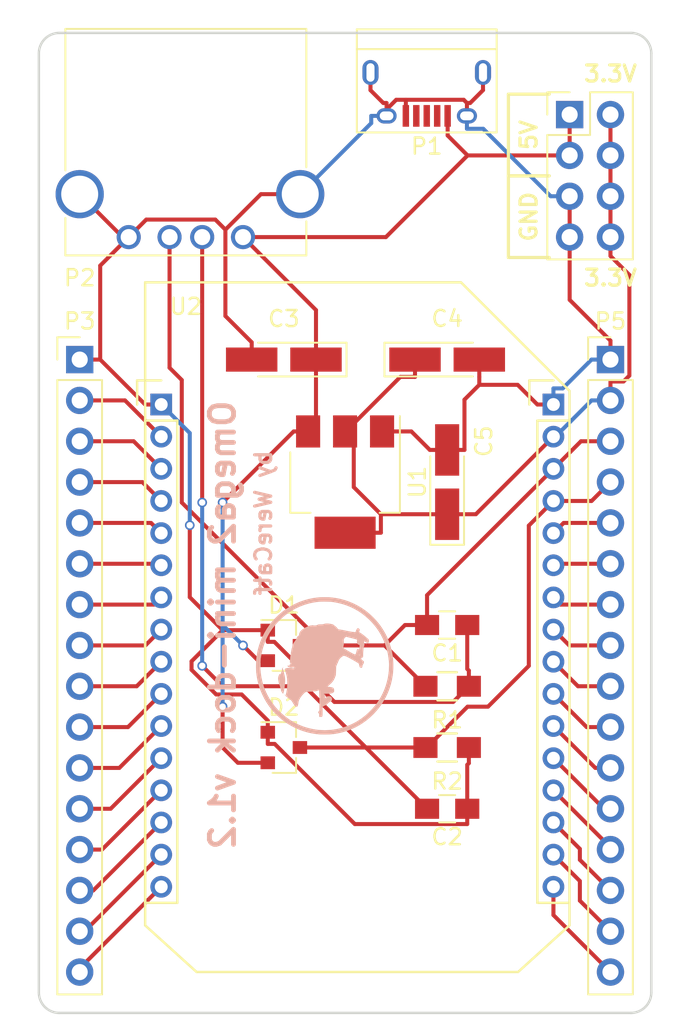
<source format=kicad_pcb>
(kicad_pcb (version 20171130) (host pcbnew "(5.1.12)-1")

  (general
    (thickness 1.6)
    (drawings 20)
    (tracks 224)
    (zones 0)
    (modules 17)
    (nets 33)
  )

  (page A4)
  (title_block
    (title "Omega2 mini-dock")
    (date 2017-02-22)
    (rev 1.2)
    (company "By WereCatf")
    (comment 1 "Public Domain")
  )

  (layers
    (0 F.Cu signal)
    (31 B.Cu signal)
    (32 B.Adhes user)
    (33 F.Adhes user hide)
    (34 B.Paste user)
    (35 F.Paste user)
    (36 B.SilkS user)
    (37 F.SilkS user)
    (38 B.Mask user)
    (39 F.Mask user)
    (40 Dwgs.User user)
    (41 Cmts.User user)
    (42 Eco1.User user)
    (43 Eco2.User user)
    (44 Edge.Cuts user)
    (45 Margin user)
    (46 B.CrtYd user)
    (47 F.CrtYd user)
    (48 B.Fab user)
    (49 F.Fab user)
  )

  (setup
    (last_trace_width 0.25)
    (trace_clearance 0.2)
    (zone_clearance 0.508)
    (zone_45_only no)
    (trace_min 0.2)
    (via_size 0.6)
    (via_drill 0.4)
    (via_min_size 0.4)
    (via_min_drill 0.3)
    (uvia_size 0.3)
    (uvia_drill 0.1)
    (uvias_allowed no)
    (uvia_min_size 0.2)
    (uvia_min_drill 0.1)
    (edge_width 0.15)
    (segment_width 0.2)
    (pcb_text_width 0.3)
    (pcb_text_size 1.5 1.5)
    (mod_edge_width 0.15)
    (mod_text_size 1 1)
    (mod_text_width 0.15)
    (pad_size 1.524 1.524)
    (pad_drill 0.762)
    (pad_to_mask_clearance 0.2)
    (aux_axis_origin 0 0)
    (visible_elements 7FFEFFFF)
    (pcbplotparams
      (layerselection 0x010f0_80000001)
      (usegerberextensions false)
      (usegerberattributes true)
      (usegerberadvancedattributes true)
      (creategerberjobfile true)
      (excludeedgelayer true)
      (linewidth 0.100000)
      (plotframeref false)
      (viasonmask false)
      (mode 1)
      (useauxorigin false)
      (hpglpennumber 1)
      (hpglpenspeed 20)
      (hpglpendiameter 15.000000)
      (psnegative false)
      (psa4output false)
      (plotreference true)
      (plotvalue true)
      (plotinvisibletext false)
      (padsonsilk false)
      (subtractmaskfromsilk false)
      (outputformat 1)
      (mirror false)
      (drillshape 0)
      (scaleselection 1)
      (outputdirectory "gerber"))
  )

  (net 0 "")
  (net 1 GND)
  (net 2 USB_D+)
  (net 3 USB_D-)
  (net 4 +5V)
  (net 5 +3V3)
  (net 6 GPIO11)
  (net 7 I2S_CLK)
  (net 8 I2S_WS)
  (net 9 GPIO17)
  (net 10 GPIO16)
  (net 11 GPIO15)
  (net 12 UART1_RX)
  (net 13 UART1_TX)
  (net 14 MISO)
  (net 15 MOSI)
  (net 16 SCLK)
  (net 17 CS1)
  (net 18 I2S_SDO)
  (net 19 I2S_SDI)
  (net 20 MCU_RESET)
  (net 21 UART0_RX)
  (net 22 UART0_TX)
  (net 23 FW_RESET)
  (net 24 3.3VOUT)
  (net 25 ETH_TX-)
  (net 26 ETH_TX+)
  (net 27 ETH_RX-)
  (net 28 ETH_RX+)
  (net 29 GPIO18)
  (net 30 GPIO19)
  (net 31 I2C_SCL)
  (net 32 I2C_SDA)

  (net_class Default "This is the default net class."
    (clearance 0.2)
    (trace_width 0.25)
    (via_dia 0.6)
    (via_drill 0.4)
    (uvia_dia 0.3)
    (uvia_drill 0.1)
    (add_net +3V3)
    (add_net +5V)
    (add_net 3.3VOUT)
    (add_net CS1)
    (add_net ETH_RX+)
    (add_net ETH_RX-)
    (add_net ETH_TX+)
    (add_net ETH_TX-)
    (add_net FW_RESET)
    (add_net GND)
    (add_net GPIO11)
    (add_net GPIO15)
    (add_net GPIO16)
    (add_net GPIO17)
    (add_net GPIO18)
    (add_net GPIO19)
    (add_net I2C_SCL)
    (add_net I2C_SDA)
    (add_net I2S_CLK)
    (add_net I2S_SDI)
    (add_net I2S_SDO)
    (add_net I2S_WS)
    (add_net MCU_RESET)
    (add_net MISO)
    (add_net MOSI)
    (add_net SCLK)
    (add_net UART0_RX)
    (add_net UART0_TX)
    (add_net UART1_RX)
    (add_net UART1_TX)
    (add_net USB_D+)
    (add_net USB_D-)
  )

  (module Capacitors_SMD:C_0805_HandSoldering (layer F.Cu) (tedit 58AA84A8) (tstamp 58AAEA53)
    (at 132.08 113.03 180)
    (descr "Capacitor SMD 0805, hand soldering")
    (tags "capacitor 0805")
    (path /58AABBE8)
    (attr smd)
    (fp_text reference C1 (at 0 -1.75 180) (layer F.SilkS)
      (effects (font (size 1 1) (thickness 0.15)))
    )
    (fp_text value 47pF (at 0 1.75 180) (layer F.Fab)
      (effects (font (size 1 1) (thickness 0.15)))
    )
    (fp_line (start 2.25 0.87) (end -2.25 0.87) (layer F.CrtYd) (width 0.05))
    (fp_line (start 2.25 0.87) (end 2.25 -0.88) (layer F.CrtYd) (width 0.05))
    (fp_line (start -2.25 -0.88) (end -2.25 0.87) (layer F.CrtYd) (width 0.05))
    (fp_line (start -2.25 -0.88) (end 2.25 -0.88) (layer F.CrtYd) (width 0.05))
    (fp_line (start -0.5 0.85) (end 0.5 0.85) (layer F.SilkS) (width 0.12))
    (fp_line (start 0.5 -0.85) (end -0.5 -0.85) (layer F.SilkS) (width 0.12))
    (fp_line (start -1 -0.62) (end 1 -0.62) (layer F.Fab) (width 0.1))
    (fp_line (start 1 -0.62) (end 1 0.62) (layer F.Fab) (width 0.1))
    (fp_line (start 1 0.62) (end -1 0.62) (layer F.Fab) (width 0.1))
    (fp_line (start -1 0.62) (end -1 -0.62) (layer F.Fab) (width 0.1))
    (fp_text user %R (at 0 -1.75 180) (layer F.Fab)
      (effects (font (size 1 1) (thickness 0.15)))
    )
    (pad 1 smd rect (at -1.25 0 180) (size 1.5 1.25) (layers F.Cu F.Paste F.Mask)
      (net 1 GND))
    (pad 2 smd rect (at 1.25 0 180) (size 1.5 1.25) (layers F.Cu F.Paste F.Mask)
      (net 2 USB_D+))
    (model Capacitors_SMD.3dshapes/C_0805.wrl
      (at (xyz 0 0 0))
      (scale (xyz 1 1 1))
      (rotate (xyz 0 0 0))
    )
  )

  (module Capacitors_SMD:C_0805_HandSoldering (layer F.Cu) (tedit 58AA84A8) (tstamp 58AAEA59)
    (at 132.08 124.46 180)
    (descr "Capacitor SMD 0805, hand soldering")
    (tags "capacitor 0805")
    (path /58AABC7D)
    (attr smd)
    (fp_text reference C2 (at 0 -1.75 180) (layer F.SilkS)
      (effects (font (size 1 1) (thickness 0.15)))
    )
    (fp_text value 47pF (at 0 1.75 180) (layer F.Fab)
      (effects (font (size 1 1) (thickness 0.15)))
    )
    (fp_line (start 2.25 0.87) (end -2.25 0.87) (layer F.CrtYd) (width 0.05))
    (fp_line (start 2.25 0.87) (end 2.25 -0.88) (layer F.CrtYd) (width 0.05))
    (fp_line (start -2.25 -0.88) (end -2.25 0.87) (layer F.CrtYd) (width 0.05))
    (fp_line (start -2.25 -0.88) (end 2.25 -0.88) (layer F.CrtYd) (width 0.05))
    (fp_line (start -0.5 0.85) (end 0.5 0.85) (layer F.SilkS) (width 0.12))
    (fp_line (start 0.5 -0.85) (end -0.5 -0.85) (layer F.SilkS) (width 0.12))
    (fp_line (start -1 -0.62) (end 1 -0.62) (layer F.Fab) (width 0.1))
    (fp_line (start 1 -0.62) (end 1 0.62) (layer F.Fab) (width 0.1))
    (fp_line (start 1 0.62) (end -1 0.62) (layer F.Fab) (width 0.1))
    (fp_line (start -1 0.62) (end -1 -0.62) (layer F.Fab) (width 0.1))
    (fp_text user %R (at 0 -1.75 180) (layer F.Fab)
      (effects (font (size 1 1) (thickness 0.15)))
    )
    (pad 1 smd rect (at -1.25 0 180) (size 1.5 1.25) (layers F.Cu F.Paste F.Mask)
      (net 1 GND))
    (pad 2 smd rect (at 1.25 0 180) (size 1.5 1.25) (layers F.Cu F.Paste F.Mask)
      (net 3 USB_D-))
    (model Capacitors_SMD.3dshapes/C_0805.wrl
      (at (xyz 0 0 0))
      (scale (xyz 1 1 1))
      (rotate (xyz 0 0 0))
    )
  )

  (module TO_SOT_Packages_SMD:SOT-23 (layer F.Cu) (tedit 5883B105) (tstamp 58AAEA72)
    (at 121.92 114.3)
    (descr "SOT-23, Standard")
    (tags SOT-23)
    (path /58AE219F)
    (attr smd)
    (fp_text reference D1 (at 0 -2.5) (layer F.SilkS)
      (effects (font (size 1 1) (thickness 0.15)))
    )
    (fp_text value BAT54S (at 0 2.5) (layer F.Fab)
      (effects (font (size 1 1) (thickness 0.15)))
    )
    (fp_line (start 0.76 1.58) (end -0.7 1.58) (layer F.SilkS) (width 0.12))
    (fp_line (start 0.76 -1.58) (end -1.4 -1.58) (layer F.SilkS) (width 0.12))
    (fp_line (start -1.7 1.75) (end -1.7 -1.75) (layer F.CrtYd) (width 0.05))
    (fp_line (start 1.7 1.75) (end -1.7 1.75) (layer F.CrtYd) (width 0.05))
    (fp_line (start 1.7 -1.75) (end 1.7 1.75) (layer F.CrtYd) (width 0.05))
    (fp_line (start -1.7 -1.75) (end 1.7 -1.75) (layer F.CrtYd) (width 0.05))
    (fp_line (start 0.76 -1.58) (end 0.76 -0.65) (layer F.SilkS) (width 0.12))
    (fp_line (start 0.76 1.58) (end 0.76 0.65) (layer F.SilkS) (width 0.12))
    (fp_line (start -0.7 1.52) (end 0.7 1.52) (layer F.Fab) (width 0.1))
    (fp_line (start 0.7 -1.52) (end 0.7 1.52) (layer F.Fab) (width 0.1))
    (fp_line (start -0.7 -0.95) (end -0.15 -1.52) (layer F.Fab) (width 0.1))
    (fp_line (start -0.15 -1.52) (end 0.7 -1.52) (layer F.Fab) (width 0.1))
    (fp_line (start -0.7 -0.95) (end -0.7 1.5) (layer F.Fab) (width 0.1))
    (pad 1 smd rect (at -1 -0.95) (size 0.9 0.8) (layers F.Cu F.Paste F.Mask)
      (net 1 GND))
    (pad 2 smd rect (at -1 0.95) (size 0.9 0.8) (layers F.Cu F.Paste F.Mask)
      (net 4 +5V))
    (pad 3 smd rect (at 1 0) (size 0.9 0.8) (layers F.Cu F.Paste F.Mask)
      (net 2 USB_D+))
    (model TO_SOT_Packages_SMD.3dshapes/SOT-23.wrl
      (at (xyz 0 0 0))
      (scale (xyz 1 1 1))
      (rotate (xyz 0 0 90))
    )
  )

  (module TO_SOT_Packages_SMD:SOT-23 (layer F.Cu) (tedit 5883B105) (tstamp 58AAEA79)
    (at 121.92 120.65)
    (descr "SOT-23, Standard")
    (tags SOT-23)
    (path /58AE4050)
    (attr smd)
    (fp_text reference D2 (at 0 -2.5) (layer F.SilkS)
      (effects (font (size 1 1) (thickness 0.15)))
    )
    (fp_text value BAT54S (at 0 2.5) (layer F.Fab)
      (effects (font (size 1 1) (thickness 0.15)))
    )
    (fp_line (start 0.76 1.58) (end -0.7 1.58) (layer F.SilkS) (width 0.12))
    (fp_line (start 0.76 -1.58) (end -1.4 -1.58) (layer F.SilkS) (width 0.12))
    (fp_line (start -1.7 1.75) (end -1.7 -1.75) (layer F.CrtYd) (width 0.05))
    (fp_line (start 1.7 1.75) (end -1.7 1.75) (layer F.CrtYd) (width 0.05))
    (fp_line (start 1.7 -1.75) (end 1.7 1.75) (layer F.CrtYd) (width 0.05))
    (fp_line (start -1.7 -1.75) (end 1.7 -1.75) (layer F.CrtYd) (width 0.05))
    (fp_line (start 0.76 -1.58) (end 0.76 -0.65) (layer F.SilkS) (width 0.12))
    (fp_line (start 0.76 1.58) (end 0.76 0.65) (layer F.SilkS) (width 0.12))
    (fp_line (start -0.7 1.52) (end 0.7 1.52) (layer F.Fab) (width 0.1))
    (fp_line (start 0.7 -1.52) (end 0.7 1.52) (layer F.Fab) (width 0.1))
    (fp_line (start -0.7 -0.95) (end -0.15 -1.52) (layer F.Fab) (width 0.1))
    (fp_line (start -0.15 -1.52) (end 0.7 -1.52) (layer F.Fab) (width 0.1))
    (fp_line (start -0.7 -0.95) (end -0.7 1.5) (layer F.Fab) (width 0.1))
    (pad 1 smd rect (at -1 -0.95) (size 0.9 0.8) (layers F.Cu F.Paste F.Mask)
      (net 1 GND))
    (pad 2 smd rect (at -1 0.95) (size 0.9 0.8) (layers F.Cu F.Paste F.Mask)
      (net 4 +5V))
    (pad 3 smd rect (at 1 0) (size 0.9 0.8) (layers F.Cu F.Paste F.Mask)
      (net 3 USB_D-))
    (model TO_SOT_Packages_SMD.3dshapes/SOT-23.wrl
      (at (xyz 0 0 0))
      (scale (xyz 1 1 1))
      (rotate (xyz 0 0 90))
    )
  )

  (module Connectors:USB_Micro-B (layer F.Cu) (tedit 0) (tstamp 58AAEA86)
    (at 130.81 80.01 180)
    (descr "Micro USB Type B Receptacle")
    (tags "USB USB_B USB_micro USB_OTG")
    (path /58AAB30E)
    (attr smd)
    (fp_text reference P1 (at 0 -3.24 180) (layer F.SilkS)
      (effects (font (size 1 1) (thickness 0.15)))
    )
    (fp_text value USB_OTG (at 0 5.01 180) (layer F.Fab)
      (effects (font (size 1 1) (thickness 0.15)))
    )
    (fp_line (start -4.35 4.03) (end -4.35 -2.38) (layer F.SilkS) (width 0.12))
    (fp_line (start 4.35 2.8) (end -4.35 2.8) (layer F.SilkS) (width 0.12))
    (fp_line (start 4.35 -2.38) (end 4.35 4.03) (layer F.SilkS) (width 0.12))
    (fp_line (start -4.35 -2.38) (end 4.35 -2.38) (layer F.SilkS) (width 0.12))
    (fp_line (start -4.35 4.03) (end 4.35 4.03) (layer F.SilkS) (width 0.12))
    (fp_line (start -4.6 4.26) (end -4.6 -2.59) (layer F.CrtYd) (width 0.05))
    (fp_line (start 4.6 4.26) (end -4.6 4.26) (layer F.CrtYd) (width 0.05))
    (fp_line (start 4.6 -2.59) (end 4.6 4.26) (layer F.CrtYd) (width 0.05))
    (fp_line (start -4.6 -2.59) (end 4.6 -2.59) (layer F.CrtYd) (width 0.05))
    (pad 1 smd rect (at -1.3 -1.35 270) (size 1.35 0.4) (layers F.Cu F.Paste F.Mask)
      (net 4 +5V))
    (pad 2 smd rect (at -0.65 -1.35 270) (size 1.35 0.4) (layers F.Cu F.Paste F.Mask))
    (pad 3 smd rect (at 0 -1.35 270) (size 1.35 0.4) (layers F.Cu F.Paste F.Mask))
    (pad 4 smd rect (at 0.65 -1.35 270) (size 1.35 0.4) (layers F.Cu F.Paste F.Mask))
    (pad 5 smd rect (at 1.3 -1.35 270) (size 1.35 0.4) (layers F.Cu F.Paste F.Mask)
      (net 1 GND))
    (pad 6 thru_hole oval (at -2.5 -1.35 270) (size 0.95 1.25) (drill oval 0.55 0.85) (layers *.Cu *.Mask)
      (net 1 GND))
    (pad 6 thru_hole oval (at 2.5 -1.35 270) (size 0.95 1.25) (drill oval 0.55 0.85) (layers *.Cu *.Mask)
      (net 1 GND))
    (pad 6 thru_hole oval (at -3.5 1.35 270) (size 1.55 1) (drill oval 1.15 0.5) (layers *.Cu *.Mask)
      (net 1 GND))
    (pad 6 thru_hole oval (at 3.5 1.35 270) (size 1.55 1) (drill oval 1.15 0.5) (layers *.Cu *.Mask)
      (net 1 GND))
  )

  (module Connectors:USB_A (layer F.Cu) (tedit 58AD08C0) (tstamp 58AAEA90)
    (at 119.38 88.9 180)
    (descr "USB A connector")
    (tags "USB USB_A")
    (path /58AAB361)
    (fp_text reference P2 (at 10.16 -2.54 180) (layer F.SilkS)
      (effects (font (size 1 1) (thickness 0.15)))
    )
    (fp_text value USB_A (at 3.84 7.44 180) (layer F.Fab)
      (effects (font (size 1 1) (thickness 0.15)))
    )
    (fp_line (start -3.94 4.35) (end -3.94 12.95) (layer F.SilkS) (width 0.12))
    (fp_line (start 11.05 4.15) (end 11.05 12.95) (layer F.SilkS) (width 0.12))
    (fp_line (start 11.05 12.95) (end -3.94 12.95) (layer F.SilkS) (width 0.12))
    (fp_line (start 11.05 -1.14) (end -3.94 -1.14) (layer F.SilkS) (width 0.12))
    (fp_line (start -3.94 -1.14) (end -3.94 0.98) (layer F.SilkS) (width 0.12))
    (fp_line (start 11.05 -1.14) (end 11.05 1.19) (layer F.SilkS) (width 0.12))
    (fp_line (start -5.3 -1.4) (end 11.95 -1.4) (layer F.CrtYd) (width 0.05))
    (fp_line (start -5.3 13.2) (end 11.95 13.2) (layer F.CrtYd) (width 0.05))
    (fp_line (start 11.95 -1.4) (end 11.95 13.2) (layer F.CrtYd) (width 0.05))
    (fp_line (start -5.3 13.2) (end -5.3 -1.4) (layer F.CrtYd) (width 0.05))
    (pad 4 thru_hole circle (at 7.11 0 90) (size 1.5 1.5) (drill 1) (layers *.Cu *.Mask)
      (net 1 GND))
    (pad 3 thru_hole circle (at 4.57 0 90) (size 1.5 1.5) (drill 1) (layers *.Cu *.Mask)
      (net 2 USB_D+))
    (pad 2 thru_hole circle (at 2.54 0 90) (size 1.5 1.5) (drill 1) (layers *.Cu *.Mask)
      (net 3 USB_D-))
    (pad 1 thru_hole circle (at 0 0 90) (size 1.5 1.5) (drill 1) (layers *.Cu *.Mask)
      (net 4 +5V))
    (pad 5 thru_hole circle (at 10.16 2.67 90) (size 3 3) (drill 2.3) (layers *.Cu *.Mask)
      (net 1 GND))
    (pad 5 thru_hole circle (at -3.56 2.67 90) (size 3 3) (drill 2.3) (layers *.Cu *.Mask)
      (net 1 GND))
    (model Connectors.3dshapes/USB_A.wrl
      (offset (xyz 3.555999946594238 0 0))
      (scale (xyz 1 1 1))
      (rotate (xyz 0 0 90))
    )
  )

  (module Pin_Headers:Pin_Header_Straight_1x16_Pitch2.54mm (layer F.Cu) (tedit 5862ED52) (tstamp 58AAEAA4)
    (at 109.22 96.52)
    (descr "Through hole straight pin header, 1x16, 2.54mm pitch, single row")
    (tags "Through hole pin header THT 1x16 2.54mm single row")
    (path /58AE08EE)
    (fp_text reference P3 (at 0 -2.39) (layer F.SilkS)
      (effects (font (size 1 1) (thickness 0.15)))
    )
    (fp_text value CONN_01X16 (at 0 40.49) (layer F.Fab)
      (effects (font (size 1 1) (thickness 0.15)))
    )
    (fp_line (start 1.6 -1.6) (end -1.6 -1.6) (layer F.CrtYd) (width 0.05))
    (fp_line (start 1.6 39.7) (end 1.6 -1.6) (layer F.CrtYd) (width 0.05))
    (fp_line (start -1.6 39.7) (end 1.6 39.7) (layer F.CrtYd) (width 0.05))
    (fp_line (start -1.6 -1.6) (end -1.6 39.7) (layer F.CrtYd) (width 0.05))
    (fp_line (start -1.39 -1.39) (end 0 -1.39) (layer F.SilkS) (width 0.12))
    (fp_line (start -1.39 0) (end -1.39 -1.39) (layer F.SilkS) (width 0.12))
    (fp_line (start 1.39 1.27) (end -1.39 1.27) (layer F.SilkS) (width 0.12))
    (fp_line (start 1.39 39.49) (end 1.39 1.27) (layer F.SilkS) (width 0.12))
    (fp_line (start -1.39 39.49) (end 1.39 39.49) (layer F.SilkS) (width 0.12))
    (fp_line (start -1.39 1.27) (end -1.39 39.49) (layer F.SilkS) (width 0.12))
    (fp_line (start 1.27 -1.27) (end -1.27 -1.27) (layer F.Fab) (width 0.1))
    (fp_line (start 1.27 39.37) (end 1.27 -1.27) (layer F.Fab) (width 0.1))
    (fp_line (start -1.27 39.37) (end 1.27 39.37) (layer F.Fab) (width 0.1))
    (fp_line (start -1.27 -1.27) (end -1.27 39.37) (layer F.Fab) (width 0.1))
    (pad 1 thru_hole rect (at 0 0) (size 1.7 1.7) (drill 1) (layers *.Cu *.Mask)
      (net 1 GND))
    (pad 2 thru_hole oval (at 0 2.54) (size 1.7 1.7) (drill 1) (layers *.Cu *.Mask)
      (net 6 GPIO11))
    (pad 3 thru_hole oval (at 0 5.08) (size 1.7 1.7) (drill 1) (layers *.Cu *.Mask)
      (net 7 I2S_CLK))
    (pad 4 thru_hole oval (at 0 7.62) (size 1.7 1.7) (drill 1) (layers *.Cu *.Mask)
      (net 8 I2S_WS))
    (pad 5 thru_hole oval (at 0 10.16) (size 1.7 1.7) (drill 1) (layers *.Cu *.Mask)
      (net 9 GPIO17))
    (pad 6 thru_hole oval (at 0 12.7) (size 1.7 1.7) (drill 1) (layers *.Cu *.Mask)
      (net 10 GPIO16))
    (pad 7 thru_hole oval (at 0 15.24) (size 1.7 1.7) (drill 1) (layers *.Cu *.Mask)
      (net 11 GPIO15))
    (pad 8 thru_hole oval (at 0 17.78) (size 1.7 1.7) (drill 1) (layers *.Cu *.Mask)
      (net 12 UART1_RX))
    (pad 9 thru_hole oval (at 0 20.32) (size 1.7 1.7) (drill 1) (layers *.Cu *.Mask)
      (net 13 UART1_TX))
    (pad 10 thru_hole oval (at 0 22.86) (size 1.7 1.7) (drill 1) (layers *.Cu *.Mask)
      (net 14 MISO))
    (pad 11 thru_hole oval (at 0 25.4) (size 1.7 1.7) (drill 1) (layers *.Cu *.Mask)
      (net 15 MOSI))
    (pad 12 thru_hole oval (at 0 27.94) (size 1.7 1.7) (drill 1) (layers *.Cu *.Mask)
      (net 16 SCLK))
    (pad 13 thru_hole oval (at 0 30.48) (size 1.7 1.7) (drill 1) (layers *.Cu *.Mask)
      (net 17 CS1))
    (pad 14 thru_hole oval (at 0 33.02) (size 1.7 1.7) (drill 1) (layers *.Cu *.Mask)
      (net 18 I2S_SDO))
    (pad 15 thru_hole oval (at 0 35.56) (size 1.7 1.7) (drill 1) (layers *.Cu *.Mask)
      (net 19 I2S_SDI))
    (pad 16 thru_hole oval (at 0 38.1) (size 1.7 1.7) (drill 1) (layers *.Cu *.Mask)
      (net 20 MCU_RESET))
    (model Pin_Headers.3dshapes/Pin_Header_Straight_1x16_Pitch2.54mm.wrl
      (offset (xyz 0 -19.04999971389771 0))
      (scale (xyz 1 1 1))
      (rotate (xyz 0 0 90))
    )
  )

  (module Pin_Headers:Pin_Header_Straight_1x16_Pitch2.54mm (layer F.Cu) (tedit 5862ED52) (tstamp 58AAEACC)
    (at 142.24 96.52)
    (descr "Through hole straight pin header, 1x16, 2.54mm pitch, single row")
    (tags "Through hole pin header THT 1x16 2.54mm single row")
    (path /58AE09A2)
    (fp_text reference P5 (at 0 -2.39) (layer F.SilkS)
      (effects (font (size 1 1) (thickness 0.15)))
    )
    (fp_text value CONN_01X16 (at 0 40.49) (layer F.Fab)
      (effects (font (size 1 1) (thickness 0.15)))
    )
    (fp_line (start 1.6 -1.6) (end -1.6 -1.6) (layer F.CrtYd) (width 0.05))
    (fp_line (start 1.6 39.7) (end 1.6 -1.6) (layer F.CrtYd) (width 0.05))
    (fp_line (start -1.6 39.7) (end 1.6 39.7) (layer F.CrtYd) (width 0.05))
    (fp_line (start -1.6 -1.6) (end -1.6 39.7) (layer F.CrtYd) (width 0.05))
    (fp_line (start -1.39 -1.39) (end 0 -1.39) (layer F.SilkS) (width 0.12))
    (fp_line (start -1.39 0) (end -1.39 -1.39) (layer F.SilkS) (width 0.12))
    (fp_line (start 1.39 1.27) (end -1.39 1.27) (layer F.SilkS) (width 0.12))
    (fp_line (start 1.39 39.49) (end 1.39 1.27) (layer F.SilkS) (width 0.12))
    (fp_line (start -1.39 39.49) (end 1.39 39.49) (layer F.SilkS) (width 0.12))
    (fp_line (start -1.39 1.27) (end -1.39 39.49) (layer F.SilkS) (width 0.12))
    (fp_line (start 1.27 -1.27) (end -1.27 -1.27) (layer F.Fab) (width 0.1))
    (fp_line (start 1.27 39.37) (end 1.27 -1.27) (layer F.Fab) (width 0.1))
    (fp_line (start -1.27 39.37) (end 1.27 39.37) (layer F.Fab) (width 0.1))
    (fp_line (start -1.27 -1.27) (end -1.27 39.37) (layer F.Fab) (width 0.1))
    (pad 1 thru_hole rect (at 0 0) (size 1.7 1.7) (drill 1) (layers *.Cu *.Mask)
      (net 1 GND))
    (pad 2 thru_hole oval (at 0 2.54) (size 1.7 1.7) (drill 1) (layers *.Cu *.Mask)
      (net 5 +3V3))
    (pad 3 thru_hole oval (at 0 5.08) (size 1.7 1.7) (drill 1) (layers *.Cu *.Mask)
      (net 2 USB_D+))
    (pad 4 thru_hole oval (at 0 7.62) (size 1.7 1.7) (drill 1) (layers *.Cu *.Mask)
      (net 3 USB_D-))
    (pad 5 thru_hole oval (at 0 10.16) (size 1.7 1.7) (drill 1) (layers *.Cu *.Mask)
      (net 21 UART0_RX))
    (pad 6 thru_hole oval (at 0 12.7) (size 1.7 1.7) (drill 1) (layers *.Cu *.Mask)
      (net 22 UART0_TX))
    (pad 7 thru_hole oval (at 0 15.24) (size 1.7 1.7) (drill 1) (layers *.Cu *.Mask)
      (net 23 FW_RESET))
    (pad 8 thru_hole oval (at 0 17.78) (size 1.7 1.7) (drill 1) (layers *.Cu *.Mask)
      (net 24 3.3VOUT))
    (pad 9 thru_hole oval (at 0 20.32) (size 1.7 1.7) (drill 1) (layers *.Cu *.Mask)
      (net 25 ETH_TX-))
    (pad 10 thru_hole oval (at 0 22.86) (size 1.7 1.7) (drill 1) (layers *.Cu *.Mask)
      (net 26 ETH_TX+))
    (pad 11 thru_hole oval (at 0 25.4) (size 1.7 1.7) (drill 1) (layers *.Cu *.Mask)
      (net 27 ETH_RX-))
    (pad 12 thru_hole oval (at 0 27.94) (size 1.7 1.7) (drill 1) (layers *.Cu *.Mask)
      (net 28 ETH_RX+))
    (pad 13 thru_hole oval (at 0 30.48) (size 1.7 1.7) (drill 1) (layers *.Cu *.Mask)
      (net 29 GPIO18))
    (pad 14 thru_hole oval (at 0 33.02) (size 1.7 1.7) (drill 1) (layers *.Cu *.Mask)
      (net 30 GPIO19))
    (pad 15 thru_hole oval (at 0 35.56) (size 1.7 1.7) (drill 1) (layers *.Cu *.Mask)
      (net 31 I2C_SCL))
    (pad 16 thru_hole oval (at 0 38.1) (size 1.7 1.7) (drill 1) (layers *.Cu *.Mask)
      (net 32 I2C_SDA))
    (model Pin_Headers.3dshapes/Pin_Header_Straight_1x16_Pitch2.54mm.wrl
      (offset (xyz 0 -19.04999971389771 0))
      (scale (xyz 1 1 1))
      (rotate (xyz 0 0 90))
    )
  )

  (module Resistors_SMD:R_0805_HandSoldering (layer F.Cu) (tedit 58307B90) (tstamp 58AAEAF0)
    (at 132.08 116.84 180)
    (descr "Resistor SMD 0805, hand soldering")
    (tags "resistor 0805")
    (path /58AAB91D)
    (attr smd)
    (fp_text reference R1 (at 0 -2.1 180) (layer F.SilkS)
      (effects (font (size 1 1) (thickness 0.15)))
    )
    (fp_text value 15k (at 0 2.1 180) (layer F.Fab)
      (effects (font (size 1 1) (thickness 0.15)))
    )
    (fp_line (start -0.6 -0.875) (end 0.6 -0.875) (layer F.SilkS) (width 0.15))
    (fp_line (start 0.6 0.875) (end -0.6 0.875) (layer F.SilkS) (width 0.15))
    (fp_line (start 2.4 -1) (end 2.4 1) (layer F.CrtYd) (width 0.05))
    (fp_line (start -2.4 -1) (end -2.4 1) (layer F.CrtYd) (width 0.05))
    (fp_line (start -2.4 1) (end 2.4 1) (layer F.CrtYd) (width 0.05))
    (fp_line (start -2.4 -1) (end 2.4 -1) (layer F.CrtYd) (width 0.05))
    (fp_line (start -1 -0.625) (end 1 -0.625) (layer F.Fab) (width 0.1))
    (fp_line (start 1 -0.625) (end 1 0.625) (layer F.Fab) (width 0.1))
    (fp_line (start 1 0.625) (end -1 0.625) (layer F.Fab) (width 0.1))
    (fp_line (start -1 0.625) (end -1 -0.625) (layer F.Fab) (width 0.1))
    (pad 1 smd rect (at -1.35 0 180) (size 1.5 1.3) (layers F.Cu F.Paste F.Mask)
      (net 1 GND))
    (pad 2 smd rect (at 1.35 0 180) (size 1.5 1.3) (layers F.Cu F.Paste F.Mask)
      (net 2 USB_D+))
    (model Resistors_SMD.3dshapes/R_0805_HandSoldering.wrl
      (at (xyz 0 0 0))
      (scale (xyz 1 1 1))
      (rotate (xyz 0 0 0))
    )
  )

  (module Resistors_SMD:R_0805_HandSoldering (layer F.Cu) (tedit 58307B90) (tstamp 58AAEAF6)
    (at 132.08 120.65 180)
    (descr "Resistor SMD 0805, hand soldering")
    (tags "resistor 0805")
    (path /58AAB9B4)
    (attr smd)
    (fp_text reference R2 (at 0 -2.1 180) (layer F.SilkS)
      (effects (font (size 1 1) (thickness 0.15)))
    )
    (fp_text value 15k (at 0 2.1 180) (layer F.Fab)
      (effects (font (size 1 1) (thickness 0.15)))
    )
    (fp_line (start -0.6 -0.875) (end 0.6 -0.875) (layer F.SilkS) (width 0.15))
    (fp_line (start 0.6 0.875) (end -0.6 0.875) (layer F.SilkS) (width 0.15))
    (fp_line (start 2.4 -1) (end 2.4 1) (layer F.CrtYd) (width 0.05))
    (fp_line (start -2.4 -1) (end -2.4 1) (layer F.CrtYd) (width 0.05))
    (fp_line (start -2.4 1) (end 2.4 1) (layer F.CrtYd) (width 0.05))
    (fp_line (start -2.4 -1) (end 2.4 -1) (layer F.CrtYd) (width 0.05))
    (fp_line (start -1 -0.625) (end 1 -0.625) (layer F.Fab) (width 0.1))
    (fp_line (start 1 -0.625) (end 1 0.625) (layer F.Fab) (width 0.1))
    (fp_line (start 1 0.625) (end -1 0.625) (layer F.Fab) (width 0.1))
    (fp_line (start -1 0.625) (end -1 -0.625) (layer F.Fab) (width 0.1))
    (pad 1 smd rect (at -1.35 0 180) (size 1.5 1.3) (layers F.Cu F.Paste F.Mask)
      (net 1 GND))
    (pad 2 smd rect (at 1.35 0 180) (size 1.5 1.3) (layers F.Cu F.Paste F.Mask)
      (net 3 USB_D-))
    (model Resistors_SMD.3dshapes/R_0805_HandSoldering.wrl
      (at (xyz 0 0 0))
      (scale (xyz 1 1 1))
      (rotate (xyz 0 0 0))
    )
  )

  (module TO_SOT_Packages_SMD:SOT-223 (layer F.Cu) (tedit 5883B228) (tstamp 58AAEAFE)
    (at 125.73 104.14 270)
    (descr "module CMS SOT223 4 pins")
    (tags "CMS SOT")
    (path /58AAB204)
    (attr smd)
    (fp_text reference U1 (at 0 -4.5 270) (layer F.SilkS)
      (effects (font (size 1 1) (thickness 0.15)))
    )
    (fp_text value LM1117-3.3 (at 0 4.5 270) (layer F.Fab)
      (effects (font (size 1 1) (thickness 0.15)))
    )
    (fp_line (start 1.85 -3.35) (end 1.85 3.35) (layer F.Fab) (width 0.1))
    (fp_line (start -1.85 3.35) (end 1.85 3.35) (layer F.Fab) (width 0.1))
    (fp_line (start -4.1 -3.41) (end 1.91 -3.41) (layer F.SilkS) (width 0.12))
    (fp_line (start -0.8 -3.35) (end 1.85 -3.35) (layer F.Fab) (width 0.1))
    (fp_line (start -1.85 3.41) (end 1.91 3.41) (layer F.SilkS) (width 0.12))
    (fp_line (start -1.85 -2.3) (end -1.85 3.35) (layer F.Fab) (width 0.1))
    (fp_line (start -4.4 -3.6) (end -4.4 3.6) (layer F.CrtYd) (width 0.05))
    (fp_line (start -4.4 3.6) (end 4.4 3.6) (layer F.CrtYd) (width 0.05))
    (fp_line (start 4.4 3.6) (end 4.4 -3.6) (layer F.CrtYd) (width 0.05))
    (fp_line (start 4.4 -3.6) (end -4.4 -3.6) (layer F.CrtYd) (width 0.05))
    (fp_line (start 1.91 -3.41) (end 1.91 -2.15) (layer F.SilkS) (width 0.12))
    (fp_line (start 1.91 3.41) (end 1.91 2.15) (layer F.SilkS) (width 0.12))
    (fp_line (start -1.85 -2.3) (end -0.8 -3.35) (layer F.Fab) (width 0.1))
    (pad 4 smd rect (at 3.15 0 270) (size 2 3.8) (layers F.Cu F.Paste F.Mask)
      (net 5 +3V3))
    (pad 2 smd rect (at -3.15 0 270) (size 2 1.5) (layers F.Cu F.Paste F.Mask)
      (net 5 +3V3))
    (pad 3 smd rect (at -3.15 2.3 270) (size 2 1.5) (layers F.Cu F.Paste F.Mask)
      (net 4 +5V))
    (pad 1 smd rect (at -3.15 -2.3 270) (size 2 1.5) (layers F.Cu F.Paste F.Mask)
      (net 1 GND))
    (model TO_SOT_Packages_SMD.3dshapes/SOT-223.wrl
      (at (xyz 0 0 0))
      (scale (xyz 0.4 0.4 0.4))
      (rotate (xyz 0 0 90))
    )
  )

  (module Capacitors_Tantalum_SMD:CP_Tantalum_Case-A_EIA-3216-18_Hand (layer F.Cu) (tedit 58AD0C00) (tstamp 58AC41B2)
    (at 121.92 96.52 180)
    (descr "Tantalum capacitor, Case A, EIA 3216-18, 3.2x1.6x1.6mm, Hand soldering footprint")
    (tags "capacitor tantalum smd")
    (path /58AAB237)
    (attr smd)
    (fp_text reference C3 (at 0 2.54 180) (layer F.SilkS)
      (effects (font (size 1 1) (thickness 0.15)))
    )
    (fp_text value 100uF (at 0 2.55 180) (layer F.Fab)
      (effects (font (size 1 1) (thickness 0.15)))
    )
    (fp_line (start -3.9 -1.05) (end -3.9 1.05) (layer F.SilkS) (width 0.12))
    (fp_line (start -3.9 1.05) (end 1.6 1.05) (layer F.SilkS) (width 0.12))
    (fp_line (start -3.9 -1.05) (end 1.6 -1.05) (layer F.SilkS) (width 0.12))
    (fp_line (start -1.12 -0.8) (end -1.12 0.8) (layer F.Fab) (width 0.1))
    (fp_line (start -1.28 -0.8) (end -1.28 0.8) (layer F.Fab) (width 0.1))
    (fp_line (start 1.6 -0.8) (end -1.6 -0.8) (layer F.Fab) (width 0.1))
    (fp_line (start 1.6 0.8) (end 1.6 -0.8) (layer F.Fab) (width 0.1))
    (fp_line (start -1.6 0.8) (end 1.6 0.8) (layer F.Fab) (width 0.1))
    (fp_line (start -1.6 -0.8) (end -1.6 0.8) (layer F.Fab) (width 0.1))
    (fp_line (start 4 -1.2) (end -4 -1.2) (layer F.CrtYd) (width 0.05))
    (fp_line (start 4 1.2) (end 4 -1.2) (layer F.CrtYd) (width 0.05))
    (fp_line (start -4 1.2) (end 4 1.2) (layer F.CrtYd) (width 0.05))
    (fp_line (start -4 -1.2) (end -4 1.2) (layer F.CrtYd) (width 0.05))
    (pad 1 smd rect (at -2 0 180) (size 3.2 1.5) (layers F.Cu F.Paste F.Mask)
      (net 4 +5V))
    (pad 2 smd rect (at 2 0 180) (size 3.2 1.5) (layers F.Cu F.Paste F.Mask)
      (net 1 GND))
    (model Capacitors_Tantalum_SMD.3dshapes/CP_Tantalum_Case-A_EIA-3216-18.wrl
      (at (xyz 0 0 0))
      (scale (xyz 1 1 1))
      (rotate (xyz 0 0 0))
    )
  )

  (module Capacitors_Tantalum_SMD:CP_Tantalum_Case-A_EIA-3216-18_Hand (layer F.Cu) (tedit 57B6E980) (tstamp 58AC41B8)
    (at 132.08 96.52)
    (descr "Tantalum capacitor, Case A, EIA 3216-18, 3.2x1.6x1.6mm, Hand soldering footprint")
    (tags "capacitor tantalum smd")
    (path /58AAB264)
    (attr smd)
    (fp_text reference C4 (at 0 -2.55) (layer F.SilkS)
      (effects (font (size 1 1) (thickness 0.15)))
    )
    (fp_text value 100uF (at 0 2.55) (layer F.Fab)
      (effects (font (size 1 1) (thickness 0.15)))
    )
    (fp_line (start -3.9 -1.05) (end -3.9 1.05) (layer F.SilkS) (width 0.12))
    (fp_line (start -3.9 1.05) (end 1.6 1.05) (layer F.SilkS) (width 0.12))
    (fp_line (start -3.9 -1.05) (end 1.6 -1.05) (layer F.SilkS) (width 0.12))
    (fp_line (start -1.12 -0.8) (end -1.12 0.8) (layer F.Fab) (width 0.1))
    (fp_line (start -1.28 -0.8) (end -1.28 0.8) (layer F.Fab) (width 0.1))
    (fp_line (start 1.6 -0.8) (end -1.6 -0.8) (layer F.Fab) (width 0.1))
    (fp_line (start 1.6 0.8) (end 1.6 -0.8) (layer F.Fab) (width 0.1))
    (fp_line (start -1.6 0.8) (end 1.6 0.8) (layer F.Fab) (width 0.1))
    (fp_line (start -1.6 -0.8) (end -1.6 0.8) (layer F.Fab) (width 0.1))
    (fp_line (start 4 -1.2) (end -4 -1.2) (layer F.CrtYd) (width 0.05))
    (fp_line (start 4 1.2) (end 4 -1.2) (layer F.CrtYd) (width 0.05))
    (fp_line (start -4 1.2) (end 4 1.2) (layer F.CrtYd) (width 0.05))
    (fp_line (start -4 -1.2) (end -4 1.2) (layer F.CrtYd) (width 0.05))
    (pad 1 smd rect (at -2 0) (size 3.2 1.5) (layers F.Cu F.Paste F.Mask)
      (net 5 +3V3))
    (pad 2 smd rect (at 2 0) (size 3.2 1.5) (layers F.Cu F.Paste F.Mask)
      (net 1 GND))
    (model Capacitors_Tantalum_SMD.3dshapes/CP_Tantalum_Case-A_EIA-3216-18.wrl
      (at (xyz 0 0 0))
      (scale (xyz 1 1 1))
      (rotate (xyz 0 0 0))
    )
  )

  (module Capacitors_Tantalum_SMD:CP_Tantalum_Case-A_EIA-3216-18_Hand (layer F.Cu) (tedit 58AC2026) (tstamp 58AC41BE)
    (at 132.08 104.14 90)
    (descr "Tantalum capacitor, Case A, EIA 3216-18, 3.2x1.6x1.6mm, Hand soldering footprint")
    (tags "capacitor tantalum smd")
    (path /58AAB2AB)
    (attr smd)
    (fp_text reference C5 (at 2.54 2.286 90) (layer F.SilkS)
      (effects (font (size 1 1) (thickness 0.15)))
    )
    (fp_text value 100uF (at 0 2.55 90) (layer F.Fab)
      (effects (font (size 1 1) (thickness 0.15)))
    )
    (fp_line (start -3.9 -1.05) (end -3.9 1.05) (layer F.SilkS) (width 0.12))
    (fp_line (start -3.9 1.05) (end 1.6 1.05) (layer F.SilkS) (width 0.12))
    (fp_line (start -3.9 -1.05) (end 1.6 -1.05) (layer F.SilkS) (width 0.12))
    (fp_line (start -1.12 -0.8) (end -1.12 0.8) (layer F.Fab) (width 0.1))
    (fp_line (start -1.28 -0.8) (end -1.28 0.8) (layer F.Fab) (width 0.1))
    (fp_line (start 1.6 -0.8) (end -1.6 -0.8) (layer F.Fab) (width 0.1))
    (fp_line (start 1.6 0.8) (end 1.6 -0.8) (layer F.Fab) (width 0.1))
    (fp_line (start -1.6 0.8) (end 1.6 0.8) (layer F.Fab) (width 0.1))
    (fp_line (start -1.6 -0.8) (end -1.6 0.8) (layer F.Fab) (width 0.1))
    (fp_line (start 4 -1.2) (end -4 -1.2) (layer F.CrtYd) (width 0.05))
    (fp_line (start 4 1.2) (end 4 -1.2) (layer F.CrtYd) (width 0.05))
    (fp_line (start -4 1.2) (end 4 1.2) (layer F.CrtYd) (width 0.05))
    (fp_line (start -4 -1.2) (end -4 1.2) (layer F.CrtYd) (width 0.05))
    (pad 1 smd rect (at -2 0 90) (size 3.2 1.5) (layers F.Cu F.Paste F.Mask)
      (net 5 +3V3))
    (pad 2 smd rect (at 2 0 90) (size 3.2 1.5) (layers F.Cu F.Paste F.Mask)
      (net 1 GND))
    (model Capacitors_Tantalum_SMD.3dshapes/CP_Tantalum_Case-A_EIA-3216-18.wrl
      (at (xyz 0 0 0))
      (scale (xyz 1 1 1))
      (rotate (xyz 0 0 0))
    )
  )

  (module Pin_Headers:Pin_Header_Straight_2x04_Pitch2.54mm (layer F.Cu) (tedit 58B042CB) (tstamp 58B04703)
    (at 139.7 81.28)
    (descr "Through hole straight pin header, 2x04, 2.54mm pitch, double rows")
    (tags "Through hole pin header THT 2x04 2.54mm double row")
    (path /58AD04A9)
    (fp_text reference POWER_HDR1 (at 1.27 -2.39) (layer F.SilkS) hide
      (effects (font (size 1 1) (thickness 0.15)))
    )
    (fp_text value CONN_02X04 (at 1.27 10.01) (layer F.Fab)
      (effects (font (size 1 1) (thickness 0.15)))
    )
    (fp_line (start 4.1 -1.6) (end -1.6 -1.6) (layer F.CrtYd) (width 0.05))
    (fp_line (start 4.1 9.2) (end 4.1 -1.6) (layer F.CrtYd) (width 0.05))
    (fp_line (start -1.6 9.2) (end 4.1 9.2) (layer F.CrtYd) (width 0.05))
    (fp_line (start -1.6 -1.6) (end -1.6 9.2) (layer F.CrtYd) (width 0.05))
    (fp_line (start -1.39 -1.39) (end 0 -1.39) (layer F.SilkS) (width 0.12))
    (fp_line (start -1.39 0) (end -1.39 -1.39) (layer F.SilkS) (width 0.12))
    (fp_line (start 1.27 1.27) (end -1.39 1.27) (layer F.SilkS) (width 0.12))
    (fp_line (start 1.27 -1.39) (end 1.27 1.27) (layer F.SilkS) (width 0.12))
    (fp_line (start 3.93 -1.39) (end 1.27 -1.39) (layer F.SilkS) (width 0.12))
    (fp_line (start 3.93 9.01) (end 3.93 -1.39) (layer F.SilkS) (width 0.12))
    (fp_line (start -1.39 9.01) (end 3.93 9.01) (layer F.SilkS) (width 0.12))
    (fp_line (start -1.39 1.27) (end -1.39 9.01) (layer F.SilkS) (width 0.12))
    (fp_line (start 3.81 -1.27) (end -1.27 -1.27) (layer F.Fab) (width 0.1))
    (fp_line (start 3.81 8.89) (end 3.81 -1.27) (layer F.Fab) (width 0.1))
    (fp_line (start -1.27 8.89) (end 3.81 8.89) (layer F.Fab) (width 0.1))
    (fp_line (start -1.27 -1.27) (end -1.27 8.89) (layer F.Fab) (width 0.1))
    (pad 1 thru_hole rect (at 0 0) (size 1.7 1.7) (drill 1) (layers *.Cu *.Mask)
      (net 4 +5V))
    (pad 2 thru_hole oval (at 2.54 0) (size 1.7 1.7) (drill 1) (layers *.Cu *.Mask)
      (net 5 +3V3))
    (pad 3 thru_hole oval (at 0 2.54) (size 1.7 1.7) (drill 1) (layers *.Cu *.Mask)
      (net 4 +5V))
    (pad 4 thru_hole oval (at 2.54 2.54) (size 1.7 1.7) (drill 1) (layers *.Cu *.Mask)
      (net 5 +3V3))
    (pad 5 thru_hole oval (at 0 5.08) (size 1.7 1.7) (drill 1) (layers *.Cu *.Mask)
      (net 1 GND))
    (pad 6 thru_hole oval (at 2.54 5.08) (size 1.7 1.7) (drill 1) (layers *.Cu *.Mask)
      (net 5 +3V3))
    (pad 7 thru_hole oval (at 0 7.62) (size 1.7 1.7) (drill 1) (layers *.Cu *.Mask)
      (net 1 GND))
    (pad 8 thru_hole oval (at 2.54 7.62) (size 1.7 1.7) (drill 1) (layers *.Cu *.Mask)
      (net 5 +3V3))
    (model Pin_Headers.3dshapes/Pin_Header_Straight_2x04_Pitch2.54mm.wrl
      (offset (xyz 1.269999980926514 -3.809999942779541 0))
      (scale (xyz 1 1 1))
      (rotate (xyz 0 0 90))
    )
  )

  (module omega2:Omega2 (layer F.Cu) (tedit 58AC1A2A) (tstamp 58AC4047)
    (at 126.492 113.284)
    (descr "Onion Omega 2, 2.00mm pin-headers")
    (tags "Onion Omega2")
    (path /58AC1BAF)
    (fp_text reference U2 (at -10.668 -20.066) (layer F.SilkS)
      (effects (font (size 1 1) (thickness 0.15)))
    )
    (fp_text value Omega2 (at -1.27 -19.05) (layer F.Fab)
      (effects (font (size 1 1) (thickness 0.15)))
    )
    (fp_line (start -13.7 -15.47) (end -12.2 -15.47) (layer F.SilkS) (width 0.15))
    (fp_line (start -13.7 -13.97) (end -13.7 -15.47) (layer F.SilkS) (width 0.15))
    (fp_line (start -13.8 17.63) (end -13.8 -15.57) (layer F.CrtYd) (width 0.05))
    (fp_line (start -10.6 17.63) (end -13.8 17.63) (layer F.CrtYd) (width 0.05))
    (fp_line (start -10.6 -15.57) (end -10.6 17.63) (layer F.CrtYd) (width 0.05))
    (fp_line (start -10.6 -15.57) (end -13.8 -15.57) (layer F.CrtYd) (width 0.05))
    (fp_line (start -13.2 17.03) (end -13.2 -12.97) (layer F.SilkS) (width 0.15))
    (fp_line (start -11.2 17.03) (end -13.2 17.03) (layer F.SilkS) (width 0.15))
    (fp_line (start -11.2 -12.97) (end -11.2 17.03) (layer F.SilkS) (width 0.15))
    (fp_line (start -11.2 -12.97) (end -13.2 -12.97) (layer F.SilkS) (width 0.15))
    (fp_line (start 13.2 -12.97) (end 13.2 17.03) (layer F.SilkS) (width 0.15))
    (fp_line (start 11.2 -12.97) (end 13.2 -12.97) (layer F.SilkS) (width 0.15))
    (fp_line (start 11.2 17.03) (end 11.2 -12.97) (layer F.SilkS) (width 0.15))
    (fp_line (start 10.6 -15.57) (end 13.8 -15.57) (layer F.CrtYd) (width 0.05))
    (fp_line (start 13.8 -15.57) (end 13.8 17.63) (layer F.CrtYd) (width 0.05))
    (fp_line (start 10.7 -15.47) (end 12.2 -15.47) (layer F.SilkS) (width 0.15))
    (fp_line (start 10.7 -13.97) (end 10.7 -15.47) (layer F.SilkS) (width 0.15))
    (fp_line (start 10.6 17.63) (end 10.6 -15.57) (layer F.CrtYd) (width 0.05))
    (fp_line (start 11.2 17.03) (end 13.2 17.03) (layer F.SilkS) (width 0.15))
    (fp_line (start 10.6 17.63) (end 13.8 17.63) (layer F.CrtYd) (width 0.05))
    (fp_line (start 13.2 -14.82) (end 13.2 18.43) (layer F.SilkS) (width 0.15))
    (fp_line (start 13.2 18.43) (end 10 21.33) (layer F.SilkS) (width 0.15))
    (fp_line (start -10 21.33) (end 10 21.33) (layer F.SilkS) (width 0.15))
    (fp_line (start -13.2 -21.57) (end -13.2 18.43) (layer F.SilkS) (width 0.15))
    (fp_line (start -13.2 -21.57) (end 6.45 -21.57) (layer F.SilkS) (width 0.15))
    (fp_line (start 6.45 -21.57) (end 13.2 -14.82) (layer F.SilkS) (width 0.15))
    (fp_line (start -13.2 18.43) (end -10 21.33) (layer F.SilkS) (width 0.15))
    (pad 32 thru_hole circle (at 12.2 16.03) (size 1.35 1.35) (drill 0.8) (layers *.Cu *.Mask)
      (net 32 I2C_SDA))
    (pad 31 thru_hole circle (at 12.2 14.03) (size 1.35 1.35) (drill 0.8) (layers *.Cu *.Mask)
      (net 31 I2C_SCL))
    (pad 30 thru_hole circle (at 12.2 12.03) (size 1.35 1.35) (drill 0.8) (layers *.Cu *.Mask)
      (net 30 GPIO19))
    (pad 29 thru_hole circle (at 12.2 10.03) (size 1.35 1.35) (drill 0.8) (layers *.Cu *.Mask)
      (net 29 GPIO18))
    (pad 28 thru_hole circle (at 12.2 8.03) (size 1.35 1.35) (drill 0.8) (layers *.Cu *.Mask)
      (net 28 ETH_RX+))
    (pad 27 thru_hole circle (at 12.2 6.03) (size 1.35 1.35) (drill 0.8) (layers *.Cu *.Mask)
      (net 27 ETH_RX-))
    (pad 26 thru_hole circle (at 12.2 4.03) (size 1.35 1.35) (drill 0.8) (layers *.Cu *.Mask)
      (net 26 ETH_TX+))
    (pad 25 thru_hole circle (at 12.2 2.03) (size 1.35 1.35) (drill 0.8) (layers *.Cu *.Mask)
      (net 25 ETH_TX-))
    (pad 24 thru_hole circle (at 12.2 0.03) (size 1.35 1.35) (drill 0.8) (layers *.Cu *.Mask)
      (net 24 3.3VOUT))
    (pad 23 thru_hole circle (at 12.2 -1.97) (size 1.35 1.35) (drill 0.8) (layers *.Cu *.Mask)
      (net 23 FW_RESET))
    (pad 22 thru_hole circle (at 12.2 -3.97) (size 1.35 1.35) (drill 0.8) (layers *.Cu *.Mask)
      (net 22 UART0_TX))
    (pad 21 thru_hole circle (at 12.2 -5.97) (size 1.35 1.35) (drill 0.8) (layers *.Cu *.Mask)
      (net 21 UART0_RX))
    (pad 20 thru_hole circle (at 12.2 -7.97) (size 1.35 1.35) (drill 0.8) (layers *.Cu *.Mask)
      (net 3 USB_D-))
    (pad 19 thru_hole circle (at 12.2 -9.97) (size 1.35 1.35) (drill 0.8) (layers *.Cu *.Mask)
      (net 2 USB_D+))
    (pad 18 thru_hole circle (at 12.2 -11.97) (size 1.35 1.35) (drill 0.8) (layers *.Cu *.Mask)
      (net 5 +3V3))
    (pad 17 thru_hole rect (at 12.2 -13.97) (size 1.35 1.35) (drill 0.8) (layers *.Cu *.Mask)
      (net 1 GND))
    (pad 1 thru_hole rect (at -12.2 -13.97) (size 1.35 1.35) (drill 0.8) (layers *.Cu *.Mask)
      (net 1 GND))
    (pad 2 thru_hole circle (at -12.2 -11.97) (size 1.35 1.35) (drill 0.8) (layers *.Cu *.Mask)
      (net 6 GPIO11))
    (pad 3 thru_hole circle (at -12.2 -9.97) (size 1.35 1.35) (drill 0.8) (layers *.Cu *.Mask)
      (net 7 I2S_CLK))
    (pad 4 thru_hole circle (at -12.2 -7.97) (size 1.35 1.35) (drill 0.8) (layers *.Cu *.Mask)
      (net 8 I2S_WS))
    (pad 5 thru_hole circle (at -12.2 -5.97) (size 1.35 1.35) (drill 0.8) (layers *.Cu *.Mask)
      (net 9 GPIO17))
    (pad 6 thru_hole circle (at -12.2 -3.97) (size 1.35 1.35) (drill 0.8) (layers *.Cu *.Mask)
      (net 10 GPIO16))
    (pad 7 thru_hole circle (at -12.2 -1.97) (size 1.35 1.35) (drill 0.8) (layers *.Cu *.Mask)
      (net 11 GPIO15))
    (pad 8 thru_hole circle (at -12.2 0.03) (size 1.35 1.35) (drill 0.8) (layers *.Cu *.Mask)
      (net 12 UART1_RX))
    (pad 9 thru_hole circle (at -12.2 2.03) (size 1.35 1.35) (drill 0.8) (layers *.Cu *.Mask)
      (net 13 UART1_TX))
    (pad 10 thru_hole circle (at -12.2 4.03) (size 1.35 1.35) (drill 0.8) (layers *.Cu *.Mask)
      (net 14 MISO))
    (pad 11 thru_hole circle (at -12.2 6.03) (size 1.35 1.35) (drill 0.8) (layers *.Cu *.Mask)
      (net 15 MOSI))
    (pad 12 thru_hole circle (at -12.2 8.03) (size 1.35 1.35) (drill 0.8) (layers *.Cu *.Mask)
      (net 16 SCLK))
    (pad 13 thru_hole circle (at -12.2 10.03) (size 1.35 1.35) (drill 0.8) (layers *.Cu *.Mask)
      (net 17 CS1))
    (pad 14 thru_hole circle (at -12.2 12.03) (size 1.35 1.35) (drill 0.8) (layers *.Cu *.Mask)
      (net 18 I2S_SDO))
    (pad 15 thru_hole circle (at -12.2 14.03) (size 1.35 1.35) (drill 0.8) (layers *.Cu *.Mask)
      (net 19 I2S_SDI))
    (pad 16 thru_hole circle (at -12.2 16.03) (size 1.35 1.35) (drill 0.8) (layers *.Cu *.Mask)
      (net 20 MCU_RESET))
    (model Socket_Strips.3dshapes/Socket_Strip_Straight_1x16_Pitch2.54mm.wrl
      (offset (xyz -12.19199981689453 -1.015999984741211 0))
      (scale (xyz 0.787402 0.787402 0.787402))
      (rotate (xyz 0 0 270))
    )
    (model Socket_Strips.3dshapes/Socket_Strip_Straight_1x16_Pitch2.54mm.wrl
      (offset (xyz 12.19199981689453 -1.015999984741211 0))
      (scale (xyz 0.787402 0.787402 0.787402))
      (rotate (xyz 0 0 270))
    )
  )

  (module omega2:WereCatf-logo (layer B.Cu) (tedit 0) (tstamp 58B047E7)
    (at 124.46 115.57 270)
    (fp_text reference G*** (at 0 0 270) (layer B.SilkS) hide
      (effects (font (size 1.524 1.524) (thickness 0.3)) (justify mirror))
    )
    (fp_text value LOGO (at 0.75 0 270) (layer B.SilkS) hide
      (effects (font (size 1.524 1.524) (thickness 0.3)) (justify mirror))
    )
    (fp_poly (pts (xy 0.09838 2.572385) (xy 0.099591 2.556507) (xy 0.097578 2.552912) (xy 0.09296 2.555942)
      (xy 0.092242 2.566247) (xy 0.094723 2.577088) (xy 0.09838 2.572385)) (layer B.SilkS) (width 0.01))
    (fp_poly (pts (xy 1.793498 2.516492) (xy 1.80086 2.510816) (xy 1.816655 2.495987) (xy 1.816586 2.489367)
      (xy 1.814804 2.4892) (xy 1.806323 2.496144) (xy 1.797024 2.50698) (xy 1.788237 2.519015)
      (xy 1.793498 2.516492)) (layer B.SilkS) (width 0.01))
    (fp_poly (pts (xy 0.916138 2.878062) (xy 0.91948 2.87723) (xy 0.968351 2.866101) (xy 1.019698 2.856318)
      (xy 1.06275 2.849924) (xy 1.064322 2.849749) (xy 1.119315 2.838791) (xy 1.161133 2.820213)
      (xy 1.162476 2.819317) (xy 1.185362 2.806608) (xy 1.21823 2.793303) (xy 1.263226 2.778747)
      (xy 1.322495 2.762283) (xy 1.398183 2.743258) (xy 1.458542 2.728893) (xy 1.526404 2.711253)
      (xy 1.57958 2.692721) (xy 1.623636 2.670752) (xy 1.66414 2.642803) (xy 1.685495 2.625193)
      (xy 1.73015 2.586692) (xy 1.655015 2.563042) (xy 1.569845 2.539967) (xy 1.469776 2.519037)
      (xy 1.359355 2.500732) (xy 1.243131 2.485535) (xy 1.125653 2.473925) (xy 1.011469 2.466386)
      (xy 0.905127 2.463397) (xy 0.811176 2.465441) (xy 0.765777 2.468951) (xy 0.740988 2.47185)
      (xy 0.714467 2.475766) (xy 0.68394 2.481199) (xy 0.647135 2.488645) (xy 0.601777 2.498601)
      (xy 0.545593 2.511567) (xy 0.476311 2.528038) (xy 0.391655 2.548513) (xy 0.299692 2.570958)
      (xy 0.253178 2.58325) (xy 0.206825 2.596985) (xy 0.170058 2.609358) (xy 0.167612 2.610282)
      (xy 0.11684 2.629707) (xy 0.14732 2.641696) (xy 0.178852 2.647798) (xy 0.223495 2.648272)
      (xy 0.274901 2.643351) (xy 0.3175 2.635486) (xy 0.338138 2.63346) (xy 0.345222 2.641854)
      (xy 0.34544 2.645496) (xy 0.353984 2.658815) (xy 0.372414 2.66192) (xy 0.390995 2.662966)
      (xy 0.391749 2.669545) (xy 0.381 2.68224) (xy 0.368775 2.696954) (xy 0.370832 2.702008)
      (xy 0.382473 2.70256) (xy 0.405224 2.696802) (xy 0.414236 2.69066) (xy 0.425792 2.686236)
      (xy 0.440344 2.697316) (xy 0.447356 2.705736) (xy 0.462988 2.72328) (xy 0.475325 2.726292)
      (xy 0.492427 2.717084) (xy 0.513155 2.708569) (xy 0.523303 2.713953) (xy 0.519239 2.730866)
      (xy 0.517645 2.733526) (xy 0.507549 2.764896) (xy 0.517516 2.794949) (xy 0.547315 2.823411)
      (xy 0.596716 2.850007) (xy 0.625023 2.8612) (xy 0.722243 2.886818) (xy 0.818644 2.892404)
      (xy 0.916138 2.878062)) (layer B.SilkS) (width 0.01))
    (fp_poly (pts (xy 0.227226 2.47379) (xy 0.262413 2.466016) (xy 0.311315 2.452254) (xy 0.371318 2.43319)
      (xy 0.386063 2.428246) (xy 0.448596 2.408058) (xy 0.513881 2.388629) (xy 0.575359 2.37181)
      (xy 0.62647 2.359447) (xy 0.640028 2.356645) (xy 0.800126 2.333026) (xy 0.972867 2.321244)
      (xy 1.154431 2.321225) (xy 1.341001 2.332895) (xy 1.528755 2.356178) (xy 1.6431 2.376221)
      (xy 1.690642 2.386344) (xy 1.734168 2.397068) (xy 1.767544 2.406813) (xy 1.78026 2.411584)
      (xy 1.820888 2.428299) (xy 1.847975 2.434873) (xy 1.865257 2.431863) (xy 1.872726 2.425379)
      (xy 1.88264 2.412706) (xy 1.902648 2.386871) (xy 1.930469 2.350827) (xy 1.963822 2.307529)
      (xy 1.993058 2.269518) (xy 2.046368 2.201081) (xy 2.090626 2.14675) (xy 2.128382 2.103947)
      (xy 2.162187 2.070098) (xy 2.194592 2.042625) (xy 2.228145 2.018951) (xy 2.2606 1.999244)
      (xy 2.341715 1.951665) (xy 2.406228 1.911428) (xy 2.455832 1.877035) (xy 2.492221 1.84699)
      (xy 2.517091 1.819797) (xy 2.532135 1.793958) (xy 2.539048 1.767976) (xy 2.539999 1.752437)
      (xy 2.535985 1.724003) (xy 2.529596 1.706426) (xy 2.511847 1.691275) (xy 2.476175 1.676096)
      (xy 2.424965 1.661503) (xy 2.360603 1.64811) (xy 2.285476 1.63653) (xy 2.23453 1.630529)
      (xy 2.195181 1.623003) (xy 2.158165 1.610457) (xy 2.14309 1.602744) (xy 2.112529 1.585693)
      (xy 2.074586 1.567243) (xy 2.056371 1.55927) (xy 2.016352 1.538487) (xy 1.967343 1.506689)
      (xy 1.912474 1.466566) (xy 1.854876 1.420809) (xy 1.797681 1.372109) (xy 1.744018 1.323155)
      (xy 1.697019 1.27664) (xy 1.659815 1.235253) (xy 1.635537 1.201686) (xy 1.631532 1.194161)
      (xy 1.624934 1.174854) (xy 1.619323 1.145577) (xy 1.614429 1.103891) (xy 1.609979 1.047355)
      (xy 1.605702 0.97353) (xy 1.604661 0.952771) (xy 1.599092 0.845134) (xy 1.593714 0.755593)
      (xy 1.588279 0.681931) (xy 1.582537 0.62193) (xy 1.57624 0.573371) (xy 1.56914 0.534036)
      (xy 1.560988 0.501707) (xy 1.551536 0.474166) (xy 1.550851 0.47244) (xy 1.530712 0.417893)
      (xy 1.520569 0.37919) (xy 1.520176 0.354627) (xy 1.529287 0.342498) (xy 1.531987 0.341483)
      (xy 1.545883 0.33999) (xy 1.577679 0.338005) (xy 1.624962 0.335634) (xy 1.685322 0.332984)
      (xy 1.756347 0.33016) (xy 1.835625 0.327269) (xy 1.91516 0.324597) (xy 2.016204 0.321731)
      (xy 2.119438 0.319523) (xy 2.222701 0.317963) (xy 2.323836 0.31704) (xy 2.420685 0.316743)
      (xy 2.51109 0.317061) (xy 2.592893 0.317983) (xy 2.663935 0.319498) (xy 2.722059 0.321596)
      (xy 2.765107 0.324265) (xy 2.790919 0.327495) (xy 2.796153 0.32904) (xy 2.814087 0.345063)
      (xy 2.819208 0.354997) (xy 2.834963 0.374724) (xy 2.864429 0.389461) (xy 2.901085 0.396127)
      (xy 2.906455 0.396241) (xy 2.932944 0.390353) (xy 2.947856 0.371702) (xy 2.957646 0.356071)
      (xy 2.972632 0.345619) (xy 2.996592 0.339354) (xy 3.033305 0.336285) (xy 3.0861 0.335419)
      (xy 3.16992 0.33528) (xy 3.16992 0.255575) (xy 3.170042 0.223179) (xy 3.169046 0.197291)
      (xy 3.164889 0.177184) (xy 3.155526 0.162129) (xy 3.138913 0.1514) (xy 3.113006 0.144267)
      (xy 3.075762 0.140003) (xy 3.025137 0.137879) (xy 2.959086 0.137169) (xy 2.875566 0.137142)
      (xy 2.837472 0.13716) (xy 2.547991 0.13716) (xy 2.508307 0.071607) (xy 2.485439 0.030118)
      (xy 2.464738 -0.013775) (xy 2.451617 -0.047897) (xy 2.437549 -0.083038) (xy 2.41729 -0.112772)
      (xy 2.385687 -0.144325) (xy 2.378085 -0.151026) (xy 2.340501 -0.187052) (xy 2.301835 -0.229752)
      (xy 2.26526 -0.274977) (xy 2.233952 -0.318576) (xy 2.211087 -0.3564) (xy 2.199925 -0.383884)
      (xy 2.185388 -0.41644) (xy 2.156672 -0.438515) (xy 2.111544 -0.451676) (xy 2.101189 -0.453263)
      (xy 2.040246 -0.452594) (xy 1.986794 -0.434601) (xy 1.94309 -0.401593) (xy 1.911393 -0.35588)
      (xy 1.893959 -0.299774) (xy 1.892575 -0.239818) (xy 1.901054 -0.192005) (xy 1.917629 -0.150089)
      (xy 1.945322 -0.108259) (xy 1.98405 -0.063976) (xy 2.007871 -0.036977) (xy 2.023688 -0.015469)
      (xy 2.028518 -0.003583) (xy 2.028137 -0.00291) (xy 2.015437 -0.002225) (xy 1.990721 -0.008206)
      (xy 1.973216 -0.014294) (xy 1.913371 -0.035758) (xy 1.868528 -0.047343) (xy 1.835707 -0.048634)
      (xy 1.811927 -0.039213) (xy 1.794209 -0.018665) (xy 1.779836 0.012717) (xy 1.767058 0.044272)
      (xy 1.756861 0.062258) (xy 1.74892 0.065655) (xy 1.742913 0.053444) (xy 1.738515 0.024607)
      (xy 1.735403 -0.021877) (xy 1.733254 -0.087026) (xy 1.732264 -0.13716) (xy 1.729761 -0.232365)
      (xy 1.725403 -0.310067) (xy 1.718719 -0.373036) (xy 1.709235 -0.42404) (xy 1.696479 -0.46585)
      (xy 1.679978 -0.501234) (xy 1.666405 -0.522998) (xy 1.640253 -0.557112) (xy 1.615339 -0.57749)
      (xy 1.585554 -0.586791) (xy 1.544791 -0.587673) (xy 1.521573 -0.586061) (xy 1.458015 -0.575955)
      (xy 1.408337 -0.55799) (xy 1.3748 -0.533151) (xy 1.364357 -0.517563) (xy 1.347833 -0.473144)
      (xy 1.332952 -0.415627) (xy 1.321318 -0.352234) (xy 1.314841 -0.29464) (xy 1.311474 -0.253858)
      (xy 1.307794 -0.21827) (xy 1.30456 -0.195163) (xy 1.304369 -0.194197) (xy 1.299398 -0.169954)
      (xy 1.268341 -0.199277) (xy 1.250021 -0.217917) (xy 1.222005 -0.248044) (xy 1.187863 -0.285751)
      (xy 1.151165 -0.327134) (xy 1.144842 -0.334354) (xy 1.070367 -0.414055) (xy 0.996594 -0.480537)
      (xy 0.919059 -0.536781) (xy 0.833299 -0.585764) (xy 0.734848 -0.630467) (xy 0.65532 -0.661051)
      (xy 0.56388 -0.694245) (xy 0.3048 -0.70126) (xy 0.210216 -0.704345) (xy 0.132416 -0.707999)
      (xy 0.072307 -0.712159) (xy 0.030796 -0.716766) (xy 0.01016 -0.721215) (xy -0.01154 -0.729895)
      (xy -0.047487 -0.745132) (xy -0.093426 -0.765088) (xy -0.145099 -0.787924) (xy -0.169595 -0.798877)
      (xy -0.220158 -0.821201) (xy -0.264755 -0.840194) (xy -0.299856 -0.854406) (xy -0.321933 -0.862389)
      (xy -0.327211 -0.8636) (xy -0.345902 -0.87005) (xy -0.375157 -0.88737) (xy -0.410732 -0.912514)
      (xy -0.448385 -0.942436) (xy -0.48387 -0.974089) (xy -0.491578 -0.981591) (xy -0.526697 -1.01978)
      (xy -0.560628 -1.062502) (xy -0.590589 -1.105576) (xy -0.613793 -1.144821) (xy -0.627459 -1.176058)
      (xy -0.62992 -1.189307) (xy -0.624151 -1.231255) (xy -0.607517 -1.286802) (xy -0.581033 -1.353058)
      (xy -0.548208 -1.422233) (xy -0.519744 -1.477191) (xy -0.486071 -1.540287) (xy -0.448506 -1.609228)
      (xy -0.408362 -1.681721) (xy -0.366956 -1.755472) (xy -0.325604 -1.828188) (xy -0.285621 -1.897575)
      (xy -0.248322 -1.961341) (xy -0.215024 -2.01719) (xy -0.187042 -2.062831) (xy -0.165692 -2.095969)
      (xy -0.152288 -2.114312) (xy -0.149812 -2.116743) (xy -0.128723 -2.127105) (xy -0.093702 -2.138857)
      (xy -0.050865 -2.150063) (xy -0.03099 -2.154348) (xy 0.01188 -2.163981) (xy 0.048245 -2.174045)
      (xy 0.072671 -2.182951) (xy 0.078601 -2.186383) (xy 0.097114 -2.210361) (xy 0.112694 -2.244923)
      (xy 0.121299 -2.280363) (xy 0.12192 -2.290396) (xy 0.118057 -2.309823) (xy 0.104307 -2.323509)
      (xy 0.077424 -2.33313) (xy 0.034164 -2.340361) (xy 0.022453 -2.34176) (xy -0.020427 -2.349281)
      (xy -0.057501 -2.363155) (xy -0.09841 -2.38711) (xy -0.103484 -2.390471) (xy -0.146223 -2.416117)
      (xy -0.182736 -2.430392) (xy -0.218083 -2.436252) (xy -0.243236 -2.437572) (xy -0.262764 -2.434979)
      (xy -0.280065 -2.425883) (xy -0.298538 -2.407695) (xy -0.321583 -2.377827) (xy -0.352461 -2.333884)
      (xy -0.378289 -2.302094) (xy -0.404729 -2.283661) (xy -0.427186 -2.275714) (xy -0.462748 -2.268572)
      (xy -0.484368 -2.271959) (xy -0.496401 -2.287563) (xy -0.500997 -2.304323) (xy -0.512223 -2.333716)
      (xy -0.530382 -2.361275) (xy -0.55372 -2.387996) (xy -0.75692 -2.391595) (xy -0.883738 -2.395874)
      (xy -0.993621 -2.404136) (xy -1.089635 -2.416759) (xy -1.174844 -2.43412) (xy -1.233034 -2.450332)
      (xy -1.272533 -2.461745) (xy -1.301954 -2.466656) (xy -1.330243 -2.465706) (xy -1.365114 -2.459778)
      (xy -1.404539 -2.453503) (xy -1.446983 -2.449176) (xy -1.487049 -2.447046) (xy -1.519339 -2.447361)
      (xy -1.538454 -2.450366) (xy -1.540722 -2.451735) (xy -1.537427 -2.46165) (xy -1.524651 -2.484837)
      (xy -1.504431 -2.517825) (xy -1.47905 -2.556778) (xy -1.452687 -2.597945) (xy -1.431228 -2.634772)
      (xy -1.416986 -2.663065) (xy -1.41224 -2.678047) (xy -1.420217 -2.706114) (xy -1.444738 -2.725539)
      (xy -1.48669 -2.736799) (xy -1.527439 -2.740096) (xy -1.56875 -2.739919) (xy -1.606135 -2.737238)
      (xy -1.63068 -2.73283) (xy -1.656447 -2.717814) (xy -1.681636 -2.692414) (xy -1.68656 -2.685643)
      (xy -1.702989 -2.663605) (xy -1.729437 -2.630711) (xy -1.762377 -2.591251) (xy -1.798281 -2.549515)
      (xy -1.801583 -2.545742) (xy -1.874456 -2.460471) (xy -1.934418 -2.385377) (xy -1.983856 -2.317258)
      (xy -2.025157 -2.252916) (xy -2.042756 -2.2225) (xy -2.067368 -2.181854) (xy -2.087813 -2.154861)
      (xy -2.102266 -2.143887) (xy -2.103485 -2.14376) (xy -2.122581 -2.146601) (xy -2.152457 -2.153835)
      (xy -2.170086 -2.15889) (xy -2.216347 -2.170846) (xy -2.249681 -2.173103) (xy -2.275434 -2.164847)
      (xy -2.298954 -2.145264) (xy -2.305268 -2.138326) (xy -2.329641 -2.102402) (xy -2.336272 -2.069409)
      (xy -2.324635 -2.038535) (xy -2.294202 -2.008963) (xy -2.244449 -1.97988) (xy -2.186764 -1.955008)
      (xy -2.090375 -1.91766) (xy -2.097388 -1.831229) (xy -2.108336 -1.731188) (xy -2.126469 -1.612439)
      (xy -2.151801 -1.474892) (xy -2.183482 -1.322616) (xy -1.81594 -1.322616) (xy -1.72934 -1.667353)
      (xy -1.70599 -1.759884) (xy -1.686837 -1.834568) (xy -1.671297 -1.893309) (xy -1.658783 -1.938007)
      (xy -1.648708 -1.970567) (xy -1.640486 -1.99289) (xy -1.633531 -2.006878) (xy -1.627257 -2.014434)
      (xy -1.62147 -2.017368) (xy -1.601762 -2.018716) (xy -1.568228 -2.017626) (xy -1.527183 -2.014352)
      (xy -1.515079 -2.013065) (xy -1.459546 -2.00878) (xy -1.418711 -2.009851) (xy -1.401679 -2.013342)
      (xy -1.375632 -2.030568) (xy -1.349471 -2.060663) (xy -1.327961 -2.096772) (xy -1.315871 -2.132039)
      (xy -1.315048 -2.137918) (xy -1.312685 -2.160513) (xy -1.311302 -2.171645) (xy -1.311289 -2.1717)
      (xy -1.301136 -2.173981) (xy -1.275367 -2.174655) (xy -1.238608 -2.173898) (xy -1.195484 -2.171889)
      (xy -1.15062 -2.168805) (xy -1.108642 -2.164823) (xy -1.097256 -2.163475) (xy -1.058028 -2.15828)
      (xy -1.027474 -2.153711) (xy -1.010434 -2.150515) (xy -1.008514 -2.149819) (xy -1.00984 -2.13945)
      (xy -1.009954 -2.139056) (xy -0.767579 -2.139056) (xy -0.757002 -2.145336) (xy -0.727667 -2.153518)
      (xy -0.698452 -2.159746) (xy -0.651076 -2.168508) (xy -0.621016 -2.172476) (xy -0.605873 -2.171769)
      (xy -0.603246 -2.166508) (xy -0.604288 -2.164456) (xy -0.61996 -2.153812) (xy -0.64969 -2.144122)
      (xy -0.687223 -2.13691) (xy -0.726306 -2.1337) (xy -0.730674 -2.133656) (xy -0.758952 -2.135042)
      (xy -0.767579 -2.139056) (xy -1.009954 -2.139056) (xy -1.016523 -2.116543) (xy -1.020972 -2.103427)
      (xy -1.031332 -2.071628) (xy -1.035134 -2.047894) (xy -1.030109 -2.030193) (xy -1.013987 -2.01649)
      (xy -0.984497 -2.004753) (xy -0.939368 -1.992947) (xy -0.88392 -1.980672) (xy -0.809175 -1.961899)
      (xy -0.754375 -1.942027) (xy -0.719171 -1.920909) (xy -0.707481 -1.907859) (xy -0.702974 -1.895504)
      (xy -0.703447 -1.878516) (xy -0.709723 -1.855038) (xy -0.722627 -1.823215) (xy -0.742984 -1.781189)
      (xy -0.771616 -1.727105) (xy -0.809349 -1.659107) (xy -0.848587 -1.59004) (xy -0.902842 -1.495656)
      (xy -0.948609 -1.41713) (xy -0.98711 -1.352471) (xy -1.019567 -1.299684) (xy -1.047201 -1.25678)
      (xy -1.071235 -1.221764) (xy -1.090034 -1.19634) (xy -1.11096 -1.172351) (xy -1.130522 -1.161222)
      (xy -1.157609 -1.158268) (xy -1.16233 -1.15824) (xy -1.197752 -1.161332) (xy -1.239682 -1.169202)
      (xy -1.260536 -1.174679) (xy -1.285615 -1.181026) (xy -1.312891 -1.185086) (xy -1.346432 -1.187032)
      (xy -1.390308 -1.187036) (xy -1.448586 -1.185271) (xy -1.479877 -1.183977) (xy -1.549535 -1.181494)
      (xy -1.60128 -1.180993) (xy -1.63743 -1.182538) (xy -1.6603 -1.18619) (xy -1.667837 -1.189005)
      (xy -1.686055 -1.201654) (xy -1.713406 -1.224498) (xy -1.7448 -1.253222) (xy -1.75379 -1.261895)
      (xy -1.81594 -1.322616) (xy -2.183482 -1.322616) (xy -2.184348 -1.318458) (xy -2.189325 -1.295756)
      (xy -2.204479 -1.224462) (xy -2.219155 -1.150813) (xy -2.232293 -1.080455) (xy -2.242838 -1.019032)
      (xy -2.249352 -0.975182) (xy -2.255898 -0.927279) (xy -2.262196 -0.885842) (xy -2.267486 -0.855603)
      (xy -2.270746 -0.841901) (xy -2.282294 -0.827746) (xy -2.305574 -0.808224) (xy -2.326822 -0.793347)
      (xy -2.374622 -0.756147) (xy -2.424779 -0.70668) (xy -2.471474 -0.651281) (xy -2.508891 -0.596286)
      (xy -2.510843 -0.592912) (xy -2.530127 -0.563767) (xy -2.548947 -0.542707) (xy -2.559877 -0.535652)
      (xy -2.573173 -0.526167) (xy -2.581538 -0.503415) (xy -2.585072 -0.481219) (xy -2.590836 -0.444844)
      (xy -2.599828 -0.399482) (xy -2.608728 -0.36068) (xy -2.61835 -0.309217) (xy -2.624099 -0.246327)
      (xy -2.626312 -0.168034) (xy -2.62636 -0.1524) (xy -2.626 -0.094762) (xy -2.624517 -0.05267)
      (xy -2.621309 -0.021356) (xy -2.615774 0.003948) (xy -2.607309 0.028008) (xy -2.601975 0.04064)
      (xy -2.592483 0.064127) (xy -2.58577 0.086772) (xy -2.581329 0.112813) (xy -2.578653 0.14649)
      (xy -2.577236 0.192041) (xy -2.576575 0.253154) (xy -2.575669 0.317802) (xy -2.5738 0.364183)
      (xy -2.570795 0.394333) (xy -2.566479 0.410287) (xy -2.56286 0.41402) (xy -2.551041 0.425064)
      (xy -2.55016 0.429439) (xy -2.546005 0.444606) (xy -2.535456 0.470418) (xy -2.528601 0.48516)
      (xy -2.516729 0.515454) (xy -2.509881 0.549842) (xy -2.506952 0.595006) (xy -2.506628 0.618026)
      (xy -2.507919 0.664875) (xy -2.511851 0.703339) (xy -2.517819 0.727843) (xy -2.518732 0.729749)
      (xy -2.526075 0.751399) (xy -2.519258 0.76759) (xy -2.512299 0.787531) (xy -2.511847 0.817194)
      (xy -2.512207 0.820281) (xy -2.510577 0.855755) (xy -2.499234 0.906055) (xy -2.479054 0.96866)
      (xy -2.450912 1.041054) (xy -2.415685 1.120718) (xy -2.38732 1.179378) (xy -2.332903 1.276701)
      (xy -2.271329 1.366873) (xy -2.20586 1.445558) (xy -2.139858 1.508339) (xy -2.090957 1.540536)
      (xy -2.033903 1.565996) (xy -1.976785 1.58159) (xy -1.941867 1.58496) (xy -1.922458 1.58612)
      (xy -1.905805 1.591332) (xy -1.888796 1.603202) (xy -1.86832 1.624333) (xy -1.841264 1.657327)
      (xy -1.815105 1.691005) (xy -1.794136 1.713529) (xy -1.776875 1.723519) (xy -1.77225 1.723269)
      (xy -1.756336 1.723953) (xy -1.752323 1.72765) (xy -1.739605 1.735705) (xy -1.71421 1.745046)
      (xy -1.699265 1.749219) (xy -1.66136 1.764405) (xy -1.613585 1.79256) (xy -1.570328 1.823313)
      (xy -1.474124 1.892573) (xy -1.389122 1.945478) (xy -1.314801 1.982272) (xy -1.250641 2.003199)
      (xy -1.196121 2.008502) (xy -1.178952 2.006667) (xy -1.151617 2.004005) (xy -1.136487 2.00938)
      (xy -1.128818 2.019865) (xy -1.125441 2.025304) (xy -1.12034 2.030166) (xy -1.111636 2.03487)
      (xy -1.097451 2.039833) (xy -1.075907 2.045476) (xy -1.045126 2.052217) (xy -1.003229 2.060475)
      (xy -0.948339 2.070669) (xy -0.878577 2.083218) (xy -0.792065 2.098542) (xy -0.71628 2.111892)
      (xy -0.625492 2.126183) (xy -0.532224 2.137874) (xy -0.445081 2.145964) (xy -0.40132 2.148586)
      (xy -0.347274 2.151259) (xy -0.298507 2.154191) (xy -0.259635 2.157066) (xy -0.235273 2.159571)
      (xy -0.23193 2.160114) (xy -0.2115 2.160939) (xy -0.202937 2.149662) (xy -0.20145 2.141854)
      (xy -0.190157 2.122812) (xy -0.168738 2.113742) (xy -0.146056 2.117383) (xy -0.139037 2.12258)
      (xy -0.121823 2.130259) (xy -0.095449 2.133596) (xy -0.094489 2.1336) (xy -0.07147 2.136822)
      (xy -0.060577 2.144334) (xy -0.065122 2.152906) (xy -0.071702 2.155808) (xy -0.077139 2.165898)
      (xy -0.073615 2.18193) (xy -0.064237 2.193494) (xy -0.060134 2.194561) (xy -0.049977 2.186498)
      (xy -0.036154 2.166598) (xy -0.033289 2.161541) (xy -0.015255 2.12852) (xy -0.010061 2.221761)
      (xy -0.007004 2.263555) (xy -0.003166 2.297442) (xy 0.000826 2.31844) (xy 0.002646 2.322514)
      (xy 0.009063 2.32134) (xy 0.01016 2.314262) (xy 0.017982 2.297757) (xy 0.035418 2.281947)
      (xy 0.062172 2.259365) (xy 0.080964 2.229693) (xy 0.094255 2.188015) (xy 0.101426 2.150201)
      (xy 0.107189 2.093231) (xy 0.105158 2.035688) (xy 0.100696 1.999537) (xy 0.095104 1.955109)
      (xy 0.094007 1.925235) (xy 0.097472 1.904634) (xy 0.10203 1.894036) (xy 0.117539 1.873785)
      (xy 0.131347 1.871471) (xy 0.142557 1.884728) (xy 0.150274 1.911189) (xy 0.1536 1.948489)
      (xy 0.151639 1.99426) (xy 0.148741 2.017334) (xy 0.144649 2.055339) (xy 0.141347 2.106937)
      (xy 0.13917 2.165402) (xy 0.138449 2.224014) (xy 0.138452 2.22504) (xy 0.139003 2.283144)
      (xy 0.140685 2.325652) (xy 0.144084 2.357282) (xy 0.149788 2.382753) (xy 0.158381 2.406782)
      (xy 0.16216 2.415676) (xy 0.182822 2.453981) (xy 0.203195 2.473016) (xy 0.208366 2.47489)
      (xy 0.227226 2.47379)) (layer B.SilkS) (width 0.01))
    (fp_poly (pts (xy 0.140708 4.26629) (xy 0.235146 4.264364) (xy 0.318176 4.261146) (xy 0.385391 4.256612)
      (xy 0.38608 4.25655) (xy 0.66843 4.220915) (xy 0.949308 4.165618) (xy 1.227009 4.091319)
      (xy 1.499828 3.998672) (xy 1.766062 3.888336) (xy 2.024005 3.760968) (xy 2.271953 3.617225)
      (xy 2.508203 3.457764) (xy 2.563143 3.417099) (xy 2.723209 3.289532) (xy 2.882692 3.149126)
      (xy 3.037806 2.999686) (xy 3.184764 2.845019) (xy 3.319782 2.688929) (xy 3.435586 2.54)
      (xy 3.59666 2.305625) (xy 3.738966 2.067952) (xy 3.864056 1.823989) (xy 3.973481 1.570744)
      (xy 4.056951 1.34112) (xy 4.136912 1.071838) (xy 4.198241 0.797753) (xy 4.241429 0.516516)
      (xy 4.253272 0.4064) (xy 4.258607 0.333705) (xy 4.262443 0.246246) (xy 4.264821 0.147847)
      (xy 4.265785 0.042329) (xy 4.265375 -0.066486) (xy 4.263634 -0.174776) (xy 4.260603 -0.27872)
      (xy 4.256324 -0.374495) (xy 4.25084 -0.458279) (xy 4.244191 -0.526251) (xy 4.242938 -0.536037)
      (xy 4.193547 -0.833204) (xy 4.126089 -1.121132) (xy 4.040482 -1.40004) (xy 3.936645 -1.67015)
      (xy 3.814495 -1.931679) (xy 3.673951 -2.184847) (xy 3.560757 -2.36292) (xy 3.387212 -2.60357)
      (xy 3.198724 -2.83056) (xy 2.995761 -3.043471) (xy 2.778795 -3.241882) (xy 2.548296 -3.425374)
      (xy 2.304732 -3.593528) (xy 2.048575 -3.745923) (xy 1.9558 -3.795582) (xy 1.695152 -3.919798)
      (xy 1.425934 -4.025866) (xy 1.149389 -4.113426) (xy 0.866765 -4.182122) (xy 0.579305 -4.231595)
      (xy 0.349886 -4.25683) (xy 0.289102 -4.260589) (xy 0.213153 -4.263289) (xy 0.126026 -4.264962)
      (xy 0.031709 -4.265635) (xy -0.065811 -4.265338) (xy -0.162547 -4.264102) (xy -0.254512 -4.261955)
      (xy -0.337718 -4.258926) (xy -0.408179 -4.255046) (xy -0.4572 -4.250872) (xy -0.668374 -4.221401)
      (xy -0.888076 -4.178526) (xy -1.110909 -4.123641) (xy -1.331474 -4.058138) (xy -1.544372 -3.983409)
      (xy -1.638978 -3.946018) (xy -1.804632 -3.872502) (xy -1.977034 -3.785743) (xy -2.150789 -3.688791)
      (xy -2.3205 -3.584694) (xy -2.480772 -3.476504) (xy -2.520563 -3.447837) (xy -2.688944 -3.316732)
      (xy -2.857899 -3.169831) (xy -3.023424 -3.011135) (xy -3.181511 -2.844646) (xy -3.328154 -2.674363)
      (xy -3.44315 -2.526458) (xy -3.605859 -2.288819) (xy -3.75215 -2.040244) (xy -3.881463 -1.782191)
      (xy -3.993238 -1.516122) (xy -4.086914 -1.243494) (xy -4.161932 -0.965768) (xy -4.217732 -0.684403)
      (xy -4.252089 -0.418639) (xy -4.258531 -0.332578) (xy -4.263147 -0.231305) (xy -4.265936 -0.119844)
      (xy -4.2669 -0.00322) (xy -4.266277 0.081155) (xy -4.001391 0.081155) (xy -4.001058 -0.016258)
      (xy -3.999388 -0.116133) (xy -3.996462 -0.214249) (xy -3.99236 -0.306387) (xy -3.987165 -0.388326)
      (xy -3.980957 -0.455844) (xy -3.978257 -0.47752) (xy -3.928574 -0.769304) (xy -3.861091 -1.051299)
      (xy -3.775757 -1.323608) (xy -3.67252 -1.586336) (xy -3.55133 -1.839587) (xy -3.412134 -2.083466)
      (xy -3.254881 -2.318076) (xy -3.07952 -2.543522) (xy -2.885999 -2.759907) (xy -2.821115 -2.826366)
      (xy -2.611647 -3.022419) (xy -2.391028 -3.201519) (xy -2.159573 -3.363491) (xy -1.917596 -3.508158)
      (xy -1.665412 -3.635345) (xy -1.403335 -3.744875) (xy -1.131681 -3.836571) (xy -0.90932 -3.896574)
      (xy -0.832305 -3.914507) (xy -0.758458 -3.930218) (xy -0.684461 -3.944215) (xy -0.606991 -3.957007)
      (xy -0.522728 -3.969103) (xy -0.428352 -3.981012) (xy -0.320541 -3.993243) (xy -0.195974 -4.006305)
      (xy -0.18796 -4.00712) (xy -0.146715 -4.009469) (xy -0.089267 -4.010166) (xy -0.019655 -4.009371)
      (xy 0.058085 -4.007239) (xy 0.139915 -4.00393) (xy 0.221797 -3.999602) (xy 0.299695 -3.994413)
      (xy 0.369571 -3.98852) (xy 0.41656 -3.983457) (xy 0.556974 -3.96476) (xy 0.683844 -3.944445)
      (xy 0.803937 -3.921287) (xy 0.924026 -3.894064) (xy 0.959454 -3.885325) (xy 1.233436 -3.806306)
      (xy 1.499093 -3.708894) (xy 1.755883 -3.593467) (xy 2.003262 -3.460404) (xy 2.240684 -3.310083)
      (xy 2.467607 -3.142883) (xy 2.683486 -2.959183) (xy 2.887778 -2.75936) (xy 3.079938 -2.543794)
      (xy 3.259423 -2.312863) (xy 3.299007 -2.257397) (xy 3.449007 -2.026159) (xy 3.582216 -1.783733)
      (xy 3.698365 -1.53076) (xy 3.797185 -1.267881) (xy 3.878406 -0.995736) (xy 3.937577 -0.7366)
      (xy 3.975202 -0.500362) (xy 3.997885 -0.254888) (xy 4.005625 -0.004713) (xy 3.998423 0.245629)
      (xy 3.976278 0.491603) (xy 3.939189 0.728674) (xy 3.937651 0.7366) (xy 3.872746 1.018219)
      (xy 3.789971 1.290402) (xy 3.689406 1.552962) (xy 3.571128 1.80571) (xy 3.435216 2.048458)
      (xy 3.317524 2.229997) (xy 3.142526 2.46658) (xy 2.953988 2.688249) (xy 2.752233 2.894698)
      (xy 2.537587 3.085618) (xy 2.310374 3.260703) (xy 2.070917 3.419646) (xy 2.044687 3.435622)
      (xy 1.797273 3.573314) (xy 1.542089 3.692235) (xy 1.279124 3.79239) (xy 1.008367 3.873781)
      (xy 0.729809 3.936412) (xy 0.443438 3.980286) (xy 0.31641 3.99352) (xy 0.251695 3.997699)
      (xy 0.171846 4.000295) (xy 0.081085 4.001388) (xy -0.016363 4.001059) (xy -0.116273 3.99939)
      (xy -0.214423 3.996462) (xy -0.306588 3.992355) (xy -0.388543 3.987152) (xy -0.456065 3.980933)
      (xy -0.47752 3.978257) (xy -0.769019 3.928692) (xy -1.050404 3.861516) (xy -1.321832 3.776656)
      (xy -1.583456 3.674036) (xy -1.835432 3.553581) (xy -2.077914 3.415216) (xy -2.311057 3.258867)
      (xy -2.535016 3.084459) (xy -2.749945 2.891917) (xy -2.777577 2.865212) (xy -2.967264 2.669587)
      (xy -3.138291 2.47033) (xy -3.292262 2.265272) (xy -3.430786 2.052246) (xy -3.555468 1.829084)
      (xy -3.577968 1.784874) (xy -3.694419 1.533047) (xy -3.791677 1.279773) (xy -3.870416 1.022673)
      (xy -3.931308 0.75937) (xy -3.975027 0.487484) (xy -3.993549 0.316411) (xy -3.997718 0.25171)
      (xy -4.000304 0.171884) (xy -4.001391 0.081155) (xy -4.266277 0.081155) (xy -4.266037 0.113541)
      (xy -4.263347 0.225415) (xy -4.258831 0.327377) (xy -4.252489 0.414401) (xy -4.252089 0.41864)
      (xy -4.214551 0.70453) (xy -4.157254 0.986975) (xy -4.080611 1.264995) (xy -3.985032 1.537613)
      (xy -3.870928 1.803849) (xy -3.738711 2.062725) (xy -3.588793 2.313263) (xy -3.421584 2.554482)
      (xy -3.277279 2.73812) (xy -3.168493 2.86246) (xy -3.045799 2.99077) (xy -2.913825 3.118698)
      (xy -2.777201 3.241891) (xy -2.640555 3.355994) (xy -2.52984 3.441119) (xy -2.292018 3.603737)
      (xy -2.043354 3.750044) (xy -1.785348 3.879464) (xy -1.519497 3.991422) (xy -1.247298 4.085344)
      (xy -0.970249 4.160652) (xy -0.689848 4.216774) (xy -0.41864 4.252089) (xy -0.348321 4.2574)
      (xy -0.262963 4.261566) (xy -0.166973 4.264562) (xy -0.064759 4.266364) (xy 0.03927 4.266948)
      (xy 0.140708 4.26629)) (layer B.SilkS) (width 0.01))
  )

  (gr_arc (start 143.51 77.47) (end 143.51 76.2) (angle 90) (layer Edge.Cuts) (width 0.15))
  (gr_arc (start 143.51 135.89) (end 144.78 135.89) (angle 90) (layer Edge.Cuts) (width 0.15))
  (gr_arc (start 107.95 135.89) (end 107.95 137.16) (angle 90) (layer Edge.Cuts) (width 0.15))
  (gr_arc (start 107.95 77.47) (end 106.68 77.47) (angle 90) (layer Edge.Cuts) (width 0.15))
  (gr_line (start 144.78 77.47) (end 144.78 135.89) (angle 90) (layer Edge.Cuts) (width 0.15))
  (gr_line (start 107.95 76.2) (end 143.51 76.2) (angle 90) (layer Edge.Cuts) (width 0.15))
  (gr_line (start 107.95 137.16) (end 143.51 137.16) (angle 90) (layer Edge.Cuts) (width 0.15))
  (gr_line (start 106.68 135.89) (end 106.68 77.47) (angle 90) (layer Edge.Cuts) (width 0.15))
  (gr_line (start 135.89 90.17) (end 138.43 90.17) (angle 90) (layer F.SilkS) (width 0.2))
  (gr_line (start 135.89 85.09) (end 135.89 90.17) (angle 90) (layer F.SilkS) (width 0.2))
  (gr_line (start 138.43 85.09) (end 135.89 85.09) (angle 90) (layer F.SilkS) (width 0.2))
  (gr_line (start 135.89 85.09) (end 138.43 85.09) (angle 90) (layer F.SilkS) (width 0.2))
  (gr_line (start 135.89 80.01) (end 135.89 85.09) (angle 90) (layer F.SilkS) (width 0.2))
  (gr_line (start 138.43 80.01) (end 135.89 80.01) (angle 90) (layer F.SilkS) (width 0.2))
  (gr_text 3.3V (at 142.24 91.44) (layer F.SilkS)
    (effects (font (size 1 1) (thickness 0.2)))
  )
  (gr_text GND (at 137.16 87.63 90) (layer F.SilkS)
    (effects (font (size 1 1) (thickness 0.2)))
  )
  (gr_text 5V (at 137.16 82.55 90) (layer F.SilkS)
    (effects (font (size 1 1) (thickness 0.2)))
  )
  (gr_text 3.3V (at 142.24 78.74) (layer F.SilkS)
    (effects (font (size 1 1) (thickness 0.2)))
  )
  (gr_text "by WereCatf" (at 120.65 106.68 90) (layer B.SilkS)
    (effects (font (size 1 1) (thickness 0.2)) (justify mirror))
  )
  (gr_text "Omega2 mini-dock v1.2" (at 118.11 113.03 90) (layer B.SilkS)
    (effects (font (size 1.5 1.5) (thickness 0.3)) (justify mirror))
  )

  (segment (start 128.31 81.36) (end 127.3581 81.36) (width 0.25) (layer B.Cu) (net 1))
  (segment (start 122.94 86.23) (end 127.3581 81.8119) (width 0.25) (layer B.Cu) (net 1))
  (segment (start 127.3581 81.8119) (end 127.3581 81.36) (width 0.25) (layer B.Cu) (net 1))
  (segment (start 139.7 86.36) (end 138.5231 86.36) (width 0.25) (layer B.Cu) (net 1))
  (segment (start 133.31 81.36) (end 133.31 82.1619) (width 0.25) (layer B.Cu) (net 1))
  (segment (start 133.31 82.1619) (end 134.325 82.1619) (width 0.25) (layer B.Cu) (net 1))
  (segment (start 134.325 82.1619) (end 138.5231 86.36) (width 0.25) (layer B.Cu) (net 1))
  (segment (start 133.31 80.5581) (end 133.11 80.3581) (width 0.25) (layer F.Cu) (net 1))
  (segment (start 133.11 80.3581) (end 129.51 80.3581) (width 0.25) (layer F.Cu) (net 1))
  (segment (start 133.31 80.5715) (end 133.31 80.5581) (width 0.25) (layer F.Cu) (net 1))
  (segment (start 133.31 81.36) (end 133.31 80.5715) (width 0.25) (layer F.Cu) (net 1))
  (segment (start 118.2846 88.4389) (end 120.4935 86.23) (width 0.25) (layer F.Cu) (net 1))
  (segment (start 120.4935 86.23) (end 122.94 86.23) (width 0.25) (layer F.Cu) (net 1))
  (segment (start 119.92 95.4431) (end 118.2846 93.8077) (width 0.25) (layer F.Cu) (net 1))
  (segment (start 118.2846 93.8077) (end 118.2846 88.4389) (width 0.25) (layer F.Cu) (net 1))
  (segment (start 112.27 88.9) (end 113.3605 87.8095) (width 0.25) (layer F.Cu) (net 1))
  (segment (start 113.3605 87.8095) (end 117.6552 87.8095) (width 0.25) (layer F.Cu) (net 1))
  (segment (start 117.6552 87.8095) (end 118.2846 88.4389) (width 0.25) (layer F.Cu) (net 1))
  (segment (start 112.08 89.09) (end 112.27 88.9) (width 0.25) (layer F.Cu) (net 1))
  (segment (start 110.4961 96.52) (end 110.4961 90.6739) (width 0.25) (layer F.Cu) (net 1))
  (segment (start 110.4961 90.6739) (end 112.08 89.09) (width 0.25) (layer F.Cu) (net 1))
  (segment (start 112.08 89.09) (end 109.22 86.23) (width 0.25) (layer F.Cu) (net 1))
  (segment (start 110.4961 96.52) (end 113.2901 99.314) (width 0.25) (layer F.Cu) (net 1))
  (segment (start 109.22 96.52) (end 110.4961 96.52) (width 0.25) (layer F.Cu) (net 1))
  (segment (start 114.292 99.314) (end 113.2901 99.314) (width 0.25) (layer F.Cu) (net 1))
  (segment (start 116.0668 106.8244) (end 116.0668 101.0888) (width 0.25) (layer B.Cu) (net 1))
  (segment (start 116.0668 101.0888) (end 114.292 99.314) (width 0.25) (layer B.Cu) (net 1))
  (segment (start 138.692 99.314) (end 138.692 98.3121) (width 0.25) (layer B.Cu) (net 1))
  (segment (start 142.24 96.52) (end 141.0631 96.52) (width 0.25) (layer B.Cu) (net 1))
  (segment (start 141.0631 96.52) (end 139.271 98.3121) (width 0.25) (layer B.Cu) (net 1))
  (segment (start 139.271 98.3121) (end 138.692 98.3121) (width 0.25) (layer B.Cu) (net 1))
  (segment (start 118.1155 113.35) (end 120.92 113.35) (width 0.25) (layer F.Cu) (net 1))
  (segment (start 120.92 118.9731) (end 119.2982 117.3513) (width 0.25) (layer F.Cu) (net 1))
  (segment (start 119.2982 117.3513) (end 117.7105 117.3513) (width 0.25) (layer F.Cu) (net 1))
  (segment (start 117.7105 117.3513) (end 116.1781 115.8189) (width 0.25) (layer F.Cu) (net 1))
  (segment (start 116.1781 115.8189) (end 116.1781 115.2874) (width 0.25) (layer F.Cu) (net 1))
  (segment (start 116.1781 115.2874) (end 118.1155 113.35) (width 0.25) (layer F.Cu) (net 1))
  (segment (start 118.1155 113.35) (end 116.0668 111.3013) (width 0.25) (layer F.Cu) (net 1))
  (segment (start 116.0668 111.3013) (end 116.0668 106.8244) (width 0.25) (layer F.Cu) (net 1))
  (segment (start 120.92 119.7) (end 120.92 120.4269) (width 0.25) (layer F.Cu) (net 1))
  (segment (start 133.33 124.46) (end 133.33 125.4119) (width 0.25) (layer F.Cu) (net 1))
  (segment (start 133.33 125.4119) (end 126.3342 125.4119) (width 0.25) (layer F.Cu) (net 1))
  (segment (start 126.3342 125.4119) (end 121.3492 120.4269) (width 0.25) (layer F.Cu) (net 1))
  (segment (start 121.3492 120.4269) (end 120.92 120.4269) (width 0.25) (layer F.Cu) (net 1))
  (segment (start 133.43 121.6269) (end 133.33 121.7269) (width 0.25) (layer F.Cu) (net 1))
  (segment (start 133.33 121.7269) (end 133.33 124.46) (width 0.25) (layer F.Cu) (net 1))
  (segment (start 120.92 113.35) (end 120.92 114.0769) (width 0.25) (layer F.Cu) (net 1))
  (segment (start 120.92 114.0769) (end 121.3281 114.0769) (width 0.25) (layer F.Cu) (net 1))
  (segment (start 121.3281 114.0769) (end 125.0681 117.8169) (width 0.25) (layer F.Cu) (net 1))
  (segment (start 125.0681 117.8169) (end 132.4531 117.8169) (width 0.25) (layer F.Cu) (net 1))
  (segment (start 132.4531 117.8169) (end 133.43 116.84) (width 0.25) (layer F.Cu) (net 1))
  (segment (start 120.92 119.7) (end 120.92 118.9731) (width 0.25) (layer F.Cu) (net 1))
  (segment (start 129.51 81.36) (end 129.51 80.3581) (width 0.25) (layer F.Cu) (net 1))
  (segment (start 128.31 80.959) (end 128.9109 80.3581) (width 0.25) (layer F.Cu) (net 1))
  (segment (start 128.9109 80.3581) (end 129.51 80.3581) (width 0.25) (layer F.Cu) (net 1))
  (segment (start 128.31 80.959) (end 128.31 80.5581) (width 0.25) (layer F.Cu) (net 1))
  (segment (start 128.31 81.36) (end 128.31 80.959) (width 0.25) (layer F.Cu) (net 1))
  (segment (start 134.31 78.66) (end 134.31 79.7619) (width 0.25) (layer F.Cu) (net 1))
  (segment (start 134.31 79.7619) (end 133.5138 80.5581) (width 0.25) (layer F.Cu) (net 1))
  (segment (start 133.5138 80.5581) (end 133.31 80.5581) (width 0.25) (layer F.Cu) (net 1))
  (segment (start 127.31 78.66) (end 127.31 79.7619) (width 0.25) (layer F.Cu) (net 1))
  (segment (start 127.31 79.7619) (end 128.1062 80.5581) (width 0.25) (layer F.Cu) (net 1))
  (segment (start 128.1062 80.5581) (end 128.31 80.5581) (width 0.25) (layer F.Cu) (net 1))
  (segment (start 133.43 116.84) (end 133.43 115.8631) (width 0.25) (layer F.Cu) (net 1))
  (segment (start 133.43 115.8631) (end 133.33 115.7631) (width 0.25) (layer F.Cu) (net 1))
  (segment (start 133.33 115.7631) (end 133.33 113.03) (width 0.25) (layer F.Cu) (net 1))
  (segment (start 133.43 120.65) (end 133.43 121.6269) (width 0.25) (layer F.Cu) (net 1))
  (segment (start 132.08 102.14) (end 131.0031 102.14) (width 0.25) (layer F.Cu) (net 1))
  (segment (start 128.03 100.99) (end 129.8531 100.99) (width 0.25) (layer F.Cu) (net 1))
  (segment (start 129.8531 100.99) (end 131.0031 102.14) (width 0.25) (layer F.Cu) (net 1))
  (segment (start 119.92 96.52) (end 119.92 95.4431) (width 0.25) (layer F.Cu) (net 1))
  (segment (start 134.08 98.089) (end 136.4651 98.089) (width 0.25) (layer F.Cu) (net 1))
  (segment (start 136.4651 98.089) (end 137.6901 99.314) (width 0.25) (layer F.Cu) (net 1))
  (segment (start 133.1569 102.14) (end 133.1569 99.0121) (width 0.25) (layer F.Cu) (net 1))
  (segment (start 133.1569 99.0121) (end 134.08 98.089) (width 0.25) (layer F.Cu) (net 1))
  (segment (start 134.08 98.089) (end 134.08 97.5969) (width 0.25) (layer F.Cu) (net 1))
  (segment (start 138.692 99.314) (end 137.6901 99.314) (width 0.25) (layer F.Cu) (net 1))
  (segment (start 134.08 96.52) (end 134.08 97.5969) (width 0.25) (layer F.Cu) (net 1))
  (segment (start 132.08 102.14) (end 133.1569 102.14) (width 0.25) (layer F.Cu) (net 1))
  (segment (start 142.24 96.52) (end 142.24 95.3431) (width 0.25) (layer F.Cu) (net 1))
  (segment (start 139.7 88.9) (end 139.7 92.8031) (width 0.25) (layer F.Cu) (net 1))
  (segment (start 139.7 92.8031) (end 142.24 95.3431) (width 0.25) (layer F.Cu) (net 1))
  (segment (start 139.7 86.36) (end 139.7 88.9) (width 0.25) (layer F.Cu) (net 1))
  (via (at 116.0668 106.8244) (size 0.6) (layers F.Cu B.Cu) (net 1))
  (segment (start 124.46 114.3) (end 128.19 114.3) (width 0.25) (layer F.Cu) (net 2))
  (segment (start 122.92 114.3) (end 124.46 114.3) (width 0.25) (layer F.Cu) (net 2))
  (segment (start 128.19 114.3) (end 130.73 116.84) (width 0.25) (layer F.Cu) (net 2))
  (segment (start 130.83 113.01) (end 130.83 111.176) (width 0.25) (layer F.Cu) (net 2))
  (segment (start 130.83 111.176) (end 138.692 103.314) (width 0.25) (layer F.Cu) (net 2))
  (segment (start 130.83 113.03) (end 130.83 113.01) (width 0.25) (layer F.Cu) (net 2))
  (segment (start 130.73 113.13) (end 130.83 113.03) (width 0.25) (layer F.Cu) (net 2))
  (segment (start 130.83 113.03) (end 130.83 113.01) (width 0.25) (layer F.Cu) (net 2))
  (segment (start 130.83 113.03) (end 129.46 113.03) (width 0.25) (layer F.Cu) (net 2))
  (segment (start 129.46 113.03) (end 128.19 114.3) (width 0.25) (layer F.Cu) (net 2))
  (segment (start 114.81 88.9) (end 114.81 97.03) (width 0.25) (layer F.Cu) (net 2))
  (segment (start 114.81 97.03) (end 115.57 97.79) (width 0.25) (layer F.Cu) (net 2))
  (segment (start 115.57 97.79) (end 115.57 105.41) (width 0.25) (layer F.Cu) (net 2))
  (segment (start 115.57 105.41) (end 124.46 114.3) (width 0.25) (layer F.Cu) (net 2))
  (segment (start 142.24 101.6) (end 140.406 101.6) (width 0.25) (layer F.Cu) (net 2))
  (segment (start 140.406 101.6) (end 138.692 103.314) (width 0.25) (layer F.Cu) (net 2))
  (segment (start 127.02 120.65) (end 130.83 124.46) (width 0.25) (layer F.Cu) (net 3))
  (segment (start 122.92 120.65) (end 127.02 120.65) (width 0.25) (layer F.Cu) (net 3))
  (segment (start 130.73 120.65) (end 127.02 120.65) (width 0.25) (layer F.Cu) (net 3))
  (segment (start 116.84 105.41) (end 116.84 115.57) (width 0.25) (layer B.Cu) (net 3))
  (segment (start 116.84 115.57) (end 118.11 116.84) (width 0.25) (layer F.Cu) (net 3))
  (segment (start 118.11 116.84) (end 123.21 116.84) (width 0.25) (layer F.Cu) (net 3))
  (segment (start 123.21 116.84) (end 127.02 120.65) (width 0.25) (layer F.Cu) (net 3))
  (segment (start 116.84 88.9) (end 116.84 105.41) (width 0.25) (layer F.Cu) (net 3))
  (segment (start 130.73 120.65) (end 130.81 120.65) (width 0.25) (layer F.Cu) (net 3))
  (segment (start 130.81 120.65) (end 133.35 118.11) (width 0.25) (layer F.Cu) (net 3))
  (segment (start 133.35 118.11) (end 134.62 118.11) (width 0.25) (layer F.Cu) (net 3))
  (segment (start 134.62 118.11) (end 137.16 115.57) (width 0.25) (layer F.Cu) (net 3))
  (segment (start 137.16 115.57) (end 137.16 106.846) (width 0.25) (layer F.Cu) (net 3))
  (segment (start 137.16 106.846) (end 138.692 105.314) (width 0.25) (layer F.Cu) (net 3))
  (segment (start 138.692 105.314) (end 141.066 105.314) (width 0.25) (layer F.Cu) (net 3))
  (segment (start 141.066 105.314) (end 142.24 104.14) (width 0.25) (layer F.Cu) (net 3))
  (via (at 116.84 105.41) (size 0.6) (layers F.Cu B.Cu) (net 3))
  (via (at 116.84 115.57) (size 0.6) (layers F.Cu B.Cu) (net 3))
  (segment (start 118.11 113.03) (end 118.11 105.41) (width 0.25) (layer B.Cu) (net 4))
  (segment (start 118.11 118.11) (end 118.11 113.03) (width 0.25) (layer B.Cu) (net 4))
  (segment (start 119.38 88.9) (end 128.27 88.9) (width 0.25) (layer F.Cu) (net 4))
  (segment (start 128.27 88.9) (end 133.35 83.82) (width 0.25) (layer F.Cu) (net 4))
  (segment (start 123.92 96.52) (end 123.92 93.44) (width 0.25) (layer F.Cu) (net 4))
  (segment (start 123.92 93.44) (end 119.38 88.9) (width 0.25) (layer F.Cu) (net 4))
  (segment (start 139.7 83.82) (end 139.7 81.28) (width 0.25) (layer F.Cu) (net 4))
  (segment (start 133.35 83.82) (end 132.11 82.58) (width 0.25) (layer F.Cu) (net 4))
  (segment (start 132.11 82.58) (end 132.11 81.36) (width 0.25) (layer F.Cu) (net 4))
  (segment (start 139.7 83.82) (end 133.35 83.82) (width 0.25) (layer F.Cu) (net 4))
  (segment (start 123.92 96.52) (end 123.92 100.5) (width 0.25) (layer F.Cu) (net 4))
  (segment (start 123.92 100.5) (end 123.43 100.99) (width 0.25) (layer F.Cu) (net 4))
  (segment (start 120.92 121.6) (end 119.06 121.6) (width 0.25) (layer F.Cu) (net 4))
  (segment (start 119.06 121.6) (end 118.11 120.65) (width 0.25) (layer F.Cu) (net 4))
  (segment (start 118.11 120.65) (end 118.11 118.11) (width 0.25) (layer F.Cu) (net 4))
  (segment (start 118.11 105.41) (end 122.53 100.99) (width 0.25) (layer F.Cu) (net 4))
  (segment (start 122.53 100.99) (end 123.43 100.99) (width 0.25) (layer F.Cu) (net 4))
  (segment (start 120.92 115.25) (end 120.33 115.25) (width 0.25) (layer F.Cu) (net 4))
  (segment (start 120.33 115.25) (end 119.38 114.3) (width 0.25) (layer F.Cu) (net 4))
  (segment (start 119.38 114.3) (end 118.11 113.03) (width 0.25) (layer B.Cu) (net 4))
  (via (at 118.11 118.11) (size 0.6) (layers F.Cu B.Cu) (net 4))
  (via (at 118.11 105.41) (size 0.6) (layers F.Cu B.Cu) (net 4))
  (via (at 119.38 114.3) (size 0.6) (layers F.Cu B.Cu) (net 4))
  (segment (start 142.24 88.9) (end 142.24 90.0769) (width 0.25) (layer F.Cu) (net 5))
  (segment (start 142.24 99.06) (end 142.24 97.8831) (width 0.25) (layer F.Cu) (net 5))
  (segment (start 142.24 97.8831) (end 143.0492 97.8831) (width 0.25) (layer F.Cu) (net 5))
  (segment (start 143.0492 97.8831) (end 143.4169 97.5154) (width 0.25) (layer F.Cu) (net 5))
  (segment (start 143.4169 97.5154) (end 143.4169 91.2538) (width 0.25) (layer F.Cu) (net 5))
  (segment (start 143.4169 91.2538) (end 142.24 90.0769) (width 0.25) (layer F.Cu) (net 5))
  (segment (start 142.24 88.9) (end 142.24 86.36) (width 0.25) (layer F.Cu) (net 5))
  (segment (start 130.08 96.52) (end 130.08 97.5969) (width 0.25) (layer F.Cu) (net 5))
  (segment (start 126.2685 100.99) (end 126.2685 100.4961) (width 0.25) (layer F.Cu) (net 5))
  (segment (start 126.2685 100.4961) (end 129.1677 97.5969) (width 0.25) (layer F.Cu) (net 5))
  (segment (start 129.1677 97.5969) (end 130.08 97.5969) (width 0.25) (layer F.Cu) (net 5))
  (segment (start 127.9569 106.14) (end 126.2685 104.4516) (width 0.25) (layer F.Cu) (net 5))
  (segment (start 126.2685 104.4516) (end 126.2685 100.99) (width 0.25) (layer F.Cu) (net 5))
  (segment (start 138.692 101.314) (end 133.866 106.14) (width 0.25) (layer F.Cu) (net 5))
  (segment (start 133.866 106.14) (end 132.08 106.14) (width 0.25) (layer F.Cu) (net 5))
  (segment (start 127.9569 106.14) (end 127.9569 107.29) (width 0.25) (layer F.Cu) (net 5))
  (segment (start 127.9569 106.14) (end 131.0031 106.14) (width 0.25) (layer F.Cu) (net 5))
  (segment (start 132.08 106.14) (end 131.0031 106.14) (width 0.25) (layer F.Cu) (net 5))
  (segment (start 125.73 107.29) (end 127.9569 107.29) (width 0.25) (layer F.Cu) (net 5))
  (segment (start 125.73 100.99) (end 126.2685 100.99) (width 0.25) (layer F.Cu) (net 5))
  (segment (start 142.24 83.82) (end 142.24 81.28) (width 0.25) (layer F.Cu) (net 5))
  (segment (start 142.24 86.36) (end 142.24 83.82) (width 0.25) (layer F.Cu) (net 5))
  (segment (start 142.24 99.06) (end 141.0631 99.06) (width 0.25) (layer B.Cu) (net 5))
  (segment (start 138.692 101.314) (end 138.8091 101.314) (width 0.25) (layer B.Cu) (net 5))
  (segment (start 138.8091 101.314) (end 141.0631 99.06) (width 0.25) (layer B.Cu) (net 5))
  (segment (start 109.22 99.06) (end 112.038 99.06) (width 0.25) (layer F.Cu) (net 6))
  (segment (start 112.038 99.06) (end 114.292 101.314) (width 0.25) (layer F.Cu) (net 6))
  (segment (start 109.22 101.6) (end 112.578 101.6) (width 0.25) (layer F.Cu) (net 7))
  (segment (start 112.578 101.6) (end 114.292 103.314) (width 0.25) (layer F.Cu) (net 7))
  (segment (start 109.22 104.14) (end 113.118 104.14) (width 0.25) (layer F.Cu) (net 8))
  (segment (start 113.118 104.14) (end 114.292 105.314) (width 0.25) (layer F.Cu) (net 8))
  (segment (start 109.22 106.68) (end 113.658 106.68) (width 0.25) (layer F.Cu) (net 9))
  (segment (start 113.658 106.68) (end 114.292 107.314) (width 0.25) (layer F.Cu) (net 9))
  (segment (start 109.22 109.22) (end 114.198 109.22) (width 0.25) (layer F.Cu) (net 10))
  (segment (start 114.198 109.22) (end 114.292 109.314) (width 0.25) (layer F.Cu) (net 10))
  (segment (start 109.22 111.76) (end 113.846 111.76) (width 0.25) (layer F.Cu) (net 11))
  (segment (start 113.846 111.76) (end 114.292 111.314) (width 0.25) (layer F.Cu) (net 11))
  (segment (start 109.22 114.3) (end 113.306 114.3) (width 0.25) (layer F.Cu) (net 12))
  (segment (start 113.306 114.3) (end 114.292 113.314) (width 0.25) (layer F.Cu) (net 12))
  (segment (start 109.22 116.84) (end 112.766 116.84) (width 0.25) (layer F.Cu) (net 13))
  (segment (start 112.766 116.84) (end 114.292 115.314) (width 0.25) (layer F.Cu) (net 13))
  (segment (start 109.22 119.38) (end 112.226 119.38) (width 0.25) (layer F.Cu) (net 14))
  (segment (start 112.226 119.38) (end 114.292 117.314) (width 0.25) (layer F.Cu) (net 14))
  (segment (start 109.22 121.92) (end 111.686 121.92) (width 0.25) (layer F.Cu) (net 15))
  (segment (start 111.686 121.92) (end 114.292 119.314) (width 0.25) (layer F.Cu) (net 15))
  (segment (start 109.22 124.46) (end 111.146 124.46) (width 0.25) (layer F.Cu) (net 16))
  (segment (start 111.146 124.46) (end 114.292 121.314) (width 0.25) (layer F.Cu) (net 16))
  (segment (start 109.22 127) (end 110.606 127) (width 0.25) (layer F.Cu) (net 17))
  (segment (start 110.606 127) (end 114.292 123.314) (width 0.25) (layer F.Cu) (net 17))
  (segment (start 109.22 129.54) (end 110.066 129.54) (width 0.25) (layer F.Cu) (net 18))
  (segment (start 110.066 129.54) (end 114.292 125.314) (width 0.25) (layer F.Cu) (net 18))
  (segment (start 109.22 132.08) (end 109.526 132.08) (width 0.25) (layer F.Cu) (net 19))
  (segment (start 109.526 132.08) (end 114.292 127.314) (width 0.25) (layer F.Cu) (net 19))
  (segment (start 109.22 134.62) (end 109.22 134.386) (width 0.25) (layer F.Cu) (net 20))
  (segment (start 109.22 134.386) (end 114.292 129.314) (width 0.25) (layer F.Cu) (net 20))
  (segment (start 142.24 106.68) (end 139.326 106.68) (width 0.25) (layer F.Cu) (net 21))
  (segment (start 139.326 106.68) (end 138.692 107.314) (width 0.25) (layer F.Cu) (net 21))
  (segment (start 138.786 109.22) (end 138.692 109.314) (width 0.25) (layer F.Cu) (net 22))
  (segment (start 142.24 109.22) (end 138.786 109.22) (width 0.25) (layer F.Cu) (net 22))
  (segment (start 138.786 109.22) (end 138.692 109.314) (width 0.25) (layer F.Cu) (net 22))
  (segment (start 139.138 111.76) (end 138.692 111.314) (width 0.25) (layer F.Cu) (net 23))
  (segment (start 142.24 111.76) (end 139.138 111.76) (width 0.25) (layer F.Cu) (net 23))
  (segment (start 139.138 111.76) (end 138.692 111.314) (width 0.25) (layer F.Cu) (net 23))
  (segment (start 142.24 114.3) (end 139.678 114.3) (width 0.25) (layer F.Cu) (net 24))
  (segment (start 139.678 114.3) (end 138.692 113.314) (width 0.25) (layer F.Cu) (net 24))
  (segment (start 142.24 116.84) (end 140.218 116.84) (width 0.25) (layer F.Cu) (net 25))
  (segment (start 140.218 116.84) (end 138.692 115.314) (width 0.25) (layer F.Cu) (net 25))
  (segment (start 142.24 119.38) (end 140.758 119.38) (width 0.25) (layer F.Cu) (net 26))
  (segment (start 140.758 119.38) (end 138.692 117.314) (width 0.25) (layer F.Cu) (net 26))
  (segment (start 142.24 121.92) (end 141.298 121.92) (width 0.25) (layer F.Cu) (net 27))
  (segment (start 141.298 121.92) (end 138.692 119.314) (width 0.25) (layer F.Cu) (net 27))
  (segment (start 142.24 124.46) (end 141.838 124.46) (width 0.25) (layer F.Cu) (net 28))
  (segment (start 141.838 124.46) (end 138.692 121.314) (width 0.25) (layer F.Cu) (net 28))
  (segment (start 142.24 127) (end 142.24 126.862) (width 0.25) (layer F.Cu) (net 29))
  (segment (start 142.24 126.862) (end 138.692 123.314) (width 0.25) (layer F.Cu) (net 29))
  (segment (start 142.24 129.54) (end 140.335 127.635) (width 0.25) (layer F.Cu) (net 30))
  (segment (start 140.335 127.635) (end 140.335 126.957) (width 0.25) (layer F.Cu) (net 30))
  (segment (start 140.335 126.957) (end 138.692 125.314) (width 0.25) (layer F.Cu) (net 30))
  (segment (start 142.24 132.08) (end 140.335 130.175) (width 0.25) (layer F.Cu) (net 31))
  (segment (start 140.335 130.175) (end 140.335 128.957) (width 0.25) (layer F.Cu) (net 31))
  (segment (start 140.335 128.957) (end 138.692 127.314) (width 0.25) (layer F.Cu) (net 31))
  (segment (start 138.692 129.314) (end 138.692 131.072) (width 0.25) (layer F.Cu) (net 32))
  (segment (start 138.692 131.072) (end 142.24 134.62) (width 0.25) (layer F.Cu) (net 32))

)

</source>
